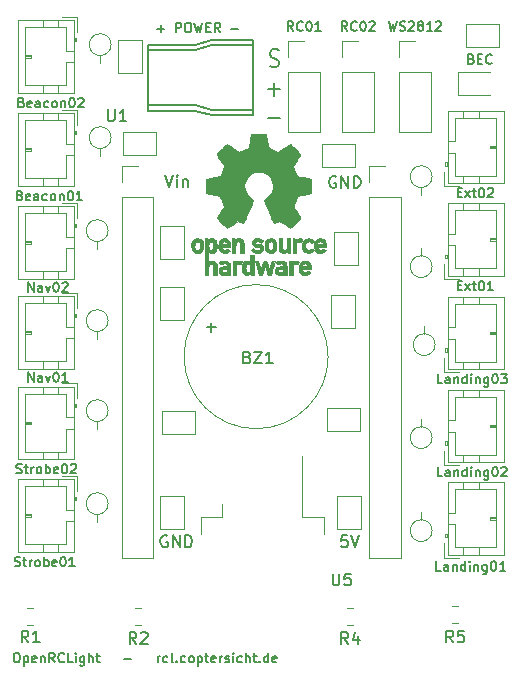
<source format=gbr>
G04 #@! TF.GenerationSoftware,KiCad,Pcbnew,5.0.0*
G04 #@! TF.CreationDate,2018-09-24T20:27:35+02:00*
G04 #@! TF.ProjectId,OpenRClight,4F70656E52436C696768742E6B696361,rev?*
G04 #@! TF.SameCoordinates,Original*
G04 #@! TF.FileFunction,Legend,Top*
G04 #@! TF.FilePolarity,Positive*
%FSLAX46Y46*%
G04 Gerber Fmt 4.6, Leading zero omitted, Abs format (unit mm)*
G04 Created by KiCad (PCBNEW 5.0.0) date Mon Sep 24 20:27:35 2018*
%MOMM*%
%LPD*%
G01*
G04 APERTURE LIST*
%ADD10C,0.200000*%
%ADD11C,0.120000*%
%ADD12C,0.010000*%
%ADD13C,0.150000*%
G04 APERTURE END LIST*
D10*
X70327619Y-150564904D02*
X70480000Y-150564904D01*
X70556190Y-150603000D01*
X70632380Y-150679190D01*
X70670476Y-150831571D01*
X70670476Y-151098238D01*
X70632380Y-151250619D01*
X70556190Y-151326809D01*
X70480000Y-151364904D01*
X70327619Y-151364904D01*
X70251428Y-151326809D01*
X70175238Y-151250619D01*
X70137142Y-151098238D01*
X70137142Y-150831571D01*
X70175238Y-150679190D01*
X70251428Y-150603000D01*
X70327619Y-150564904D01*
X71013333Y-150831571D02*
X71013333Y-151631571D01*
X71013333Y-150869666D02*
X71089523Y-150831571D01*
X71241904Y-150831571D01*
X71318095Y-150869666D01*
X71356190Y-150907761D01*
X71394285Y-150983952D01*
X71394285Y-151212523D01*
X71356190Y-151288714D01*
X71318095Y-151326809D01*
X71241904Y-151364904D01*
X71089523Y-151364904D01*
X71013333Y-151326809D01*
X72041904Y-151326809D02*
X71965714Y-151364904D01*
X71813333Y-151364904D01*
X71737142Y-151326809D01*
X71699047Y-151250619D01*
X71699047Y-150945857D01*
X71737142Y-150869666D01*
X71813333Y-150831571D01*
X71965714Y-150831571D01*
X72041904Y-150869666D01*
X72080000Y-150945857D01*
X72080000Y-151022047D01*
X71699047Y-151098238D01*
X72422857Y-150831571D02*
X72422857Y-151364904D01*
X72422857Y-150907761D02*
X72460952Y-150869666D01*
X72537142Y-150831571D01*
X72651428Y-150831571D01*
X72727619Y-150869666D01*
X72765714Y-150945857D01*
X72765714Y-151364904D01*
X73603809Y-151364904D02*
X73337142Y-150983952D01*
X73146666Y-151364904D02*
X73146666Y-150564904D01*
X73451428Y-150564904D01*
X73527619Y-150603000D01*
X73565714Y-150641095D01*
X73603809Y-150717285D01*
X73603809Y-150831571D01*
X73565714Y-150907761D01*
X73527619Y-150945857D01*
X73451428Y-150983952D01*
X73146666Y-150983952D01*
X74403809Y-151288714D02*
X74365714Y-151326809D01*
X74251428Y-151364904D01*
X74175238Y-151364904D01*
X74060952Y-151326809D01*
X73984761Y-151250619D01*
X73946666Y-151174428D01*
X73908571Y-151022047D01*
X73908571Y-150907761D01*
X73946666Y-150755380D01*
X73984761Y-150679190D01*
X74060952Y-150603000D01*
X74175238Y-150564904D01*
X74251428Y-150564904D01*
X74365714Y-150603000D01*
X74403809Y-150641095D01*
X75127619Y-151364904D02*
X74746666Y-151364904D01*
X74746666Y-150564904D01*
X75394285Y-151364904D02*
X75394285Y-150831571D01*
X75394285Y-150564904D02*
X75356190Y-150603000D01*
X75394285Y-150641095D01*
X75432380Y-150603000D01*
X75394285Y-150564904D01*
X75394285Y-150641095D01*
X76118095Y-150831571D02*
X76118095Y-151479190D01*
X76080000Y-151555380D01*
X76041904Y-151593476D01*
X75965714Y-151631571D01*
X75851428Y-151631571D01*
X75775238Y-151593476D01*
X76118095Y-151326809D02*
X76041904Y-151364904D01*
X75889523Y-151364904D01*
X75813333Y-151326809D01*
X75775238Y-151288714D01*
X75737142Y-151212523D01*
X75737142Y-150983952D01*
X75775238Y-150907761D01*
X75813333Y-150869666D01*
X75889523Y-150831571D01*
X76041904Y-150831571D01*
X76118095Y-150869666D01*
X76499047Y-151364904D02*
X76499047Y-150564904D01*
X76841904Y-151364904D02*
X76841904Y-150945857D01*
X76803809Y-150869666D01*
X76727619Y-150831571D01*
X76613333Y-150831571D01*
X76537142Y-150869666D01*
X76499047Y-150907761D01*
X77108571Y-150831571D02*
X77413333Y-150831571D01*
X77222857Y-150564904D02*
X77222857Y-151250619D01*
X77260952Y-151326809D01*
X77337142Y-151364904D01*
X77413333Y-151364904D01*
X79508571Y-151060142D02*
X80118095Y-151060142D01*
X82327619Y-151364904D02*
X82327619Y-150831571D01*
X82327619Y-150983952D02*
X82365714Y-150907761D01*
X82403809Y-150869666D01*
X82480000Y-150831571D01*
X82556190Y-150831571D01*
X83165714Y-151326809D02*
X83089523Y-151364904D01*
X82937142Y-151364904D01*
X82860952Y-151326809D01*
X82822857Y-151288714D01*
X82784761Y-151212523D01*
X82784761Y-150983952D01*
X82822857Y-150907761D01*
X82860952Y-150869666D01*
X82937142Y-150831571D01*
X83089523Y-150831571D01*
X83165714Y-150869666D01*
X83622857Y-151364904D02*
X83546666Y-151326809D01*
X83508571Y-151250619D01*
X83508571Y-150564904D01*
X83927619Y-151288714D02*
X83965714Y-151326809D01*
X83927619Y-151364904D01*
X83889523Y-151326809D01*
X83927619Y-151288714D01*
X83927619Y-151364904D01*
X84651428Y-151326809D02*
X84575238Y-151364904D01*
X84422857Y-151364904D01*
X84346666Y-151326809D01*
X84308571Y-151288714D01*
X84270476Y-151212523D01*
X84270476Y-150983952D01*
X84308571Y-150907761D01*
X84346666Y-150869666D01*
X84422857Y-150831571D01*
X84575238Y-150831571D01*
X84651428Y-150869666D01*
X85108571Y-151364904D02*
X85032380Y-151326809D01*
X84994285Y-151288714D01*
X84956190Y-151212523D01*
X84956190Y-150983952D01*
X84994285Y-150907761D01*
X85032380Y-150869666D01*
X85108571Y-150831571D01*
X85222857Y-150831571D01*
X85299047Y-150869666D01*
X85337142Y-150907761D01*
X85375238Y-150983952D01*
X85375238Y-151212523D01*
X85337142Y-151288714D01*
X85299047Y-151326809D01*
X85222857Y-151364904D01*
X85108571Y-151364904D01*
X85718095Y-150831571D02*
X85718095Y-151631571D01*
X85718095Y-150869666D02*
X85794285Y-150831571D01*
X85946666Y-150831571D01*
X86022857Y-150869666D01*
X86060952Y-150907761D01*
X86099047Y-150983952D01*
X86099047Y-151212523D01*
X86060952Y-151288714D01*
X86022857Y-151326809D01*
X85946666Y-151364904D01*
X85794285Y-151364904D01*
X85718095Y-151326809D01*
X86327619Y-150831571D02*
X86632380Y-150831571D01*
X86441904Y-150564904D02*
X86441904Y-151250619D01*
X86480000Y-151326809D01*
X86556190Y-151364904D01*
X86632380Y-151364904D01*
X87203809Y-151326809D02*
X87127619Y-151364904D01*
X86975238Y-151364904D01*
X86899047Y-151326809D01*
X86860952Y-151250619D01*
X86860952Y-150945857D01*
X86899047Y-150869666D01*
X86975238Y-150831571D01*
X87127619Y-150831571D01*
X87203809Y-150869666D01*
X87241904Y-150945857D01*
X87241904Y-151022047D01*
X86860952Y-151098238D01*
X87584761Y-151364904D02*
X87584761Y-150831571D01*
X87584761Y-150983952D02*
X87622857Y-150907761D01*
X87660952Y-150869666D01*
X87737142Y-150831571D01*
X87813333Y-150831571D01*
X88041904Y-151326809D02*
X88118095Y-151364904D01*
X88270476Y-151364904D01*
X88346666Y-151326809D01*
X88384761Y-151250619D01*
X88384761Y-151212523D01*
X88346666Y-151136333D01*
X88270476Y-151098238D01*
X88156190Y-151098238D01*
X88080000Y-151060142D01*
X88041904Y-150983952D01*
X88041904Y-150945857D01*
X88080000Y-150869666D01*
X88156190Y-150831571D01*
X88270476Y-150831571D01*
X88346666Y-150869666D01*
X88727619Y-151364904D02*
X88727619Y-150831571D01*
X88727619Y-150564904D02*
X88689523Y-150603000D01*
X88727619Y-150641095D01*
X88765714Y-150603000D01*
X88727619Y-150564904D01*
X88727619Y-150641095D01*
X89451428Y-151326809D02*
X89375238Y-151364904D01*
X89222857Y-151364904D01*
X89146666Y-151326809D01*
X89108571Y-151288714D01*
X89070476Y-151212523D01*
X89070476Y-150983952D01*
X89108571Y-150907761D01*
X89146666Y-150869666D01*
X89222857Y-150831571D01*
X89375238Y-150831571D01*
X89451428Y-150869666D01*
X89794285Y-151364904D02*
X89794285Y-150564904D01*
X90137142Y-151364904D02*
X90137142Y-150945857D01*
X90099047Y-150869666D01*
X90022857Y-150831571D01*
X89908571Y-150831571D01*
X89832380Y-150869666D01*
X89794285Y-150907761D01*
X90403809Y-150831571D02*
X90708571Y-150831571D01*
X90518095Y-150564904D02*
X90518095Y-151250619D01*
X90556190Y-151326809D01*
X90632380Y-151364904D01*
X90708571Y-151364904D01*
X90975238Y-151288714D02*
X91013333Y-151326809D01*
X90975238Y-151364904D01*
X90937142Y-151326809D01*
X90975238Y-151288714D01*
X90975238Y-151364904D01*
X91699047Y-151364904D02*
X91699047Y-150564904D01*
X91699047Y-151326809D02*
X91622857Y-151364904D01*
X91470476Y-151364904D01*
X91394285Y-151326809D01*
X91356190Y-151288714D01*
X91318095Y-151212523D01*
X91318095Y-150983952D01*
X91356190Y-150907761D01*
X91394285Y-150869666D01*
X91470476Y-150831571D01*
X91622857Y-150831571D01*
X91699047Y-150869666D01*
X92384761Y-151326809D02*
X92308571Y-151364904D01*
X92156190Y-151364904D01*
X92080000Y-151326809D01*
X92041904Y-151250619D01*
X92041904Y-150945857D01*
X92080000Y-150869666D01*
X92156190Y-150831571D01*
X92308571Y-150831571D01*
X92384761Y-150869666D01*
X92422857Y-150945857D01*
X92422857Y-151022047D01*
X92041904Y-151098238D01*
X82277380Y-97720142D02*
X82886904Y-97720142D01*
X82582142Y-98024904D02*
X82582142Y-97415380D01*
X83877380Y-98024904D02*
X83877380Y-97224904D01*
X84182142Y-97224904D01*
X84258333Y-97263000D01*
X84296428Y-97301095D01*
X84334523Y-97377285D01*
X84334523Y-97491571D01*
X84296428Y-97567761D01*
X84258333Y-97605857D01*
X84182142Y-97643952D01*
X83877380Y-97643952D01*
X84829761Y-97224904D02*
X84982142Y-97224904D01*
X85058333Y-97263000D01*
X85134523Y-97339190D01*
X85172619Y-97491571D01*
X85172619Y-97758238D01*
X85134523Y-97910619D01*
X85058333Y-97986809D01*
X84982142Y-98024904D01*
X84829761Y-98024904D01*
X84753571Y-97986809D01*
X84677380Y-97910619D01*
X84639285Y-97758238D01*
X84639285Y-97491571D01*
X84677380Y-97339190D01*
X84753571Y-97263000D01*
X84829761Y-97224904D01*
X85439285Y-97224904D02*
X85629761Y-98024904D01*
X85782142Y-97453476D01*
X85934523Y-98024904D01*
X86125000Y-97224904D01*
X86429761Y-97605857D02*
X86696428Y-97605857D01*
X86810714Y-98024904D02*
X86429761Y-98024904D01*
X86429761Y-97224904D01*
X86810714Y-97224904D01*
X87610714Y-98024904D02*
X87344047Y-97643952D01*
X87153571Y-98024904D02*
X87153571Y-97224904D01*
X87458333Y-97224904D01*
X87534523Y-97263000D01*
X87572619Y-97301095D01*
X87610714Y-97377285D01*
X87610714Y-97491571D01*
X87572619Y-97567761D01*
X87534523Y-97605857D01*
X87458333Y-97643952D01*
X87153571Y-97643952D01*
X88563095Y-97720142D02*
X89172619Y-97720142D01*
X91830571Y-100900142D02*
X92016285Y-100971571D01*
X92325809Y-100971571D01*
X92449619Y-100900142D01*
X92511523Y-100828714D01*
X92573428Y-100685857D01*
X92573428Y-100543000D01*
X92511523Y-100400142D01*
X92449619Y-100328714D01*
X92325809Y-100257285D01*
X92078190Y-100185857D01*
X91954380Y-100114428D01*
X91892476Y-100043000D01*
X91830571Y-99900142D01*
X91830571Y-99757285D01*
X91892476Y-99614428D01*
X91954380Y-99543000D01*
X92078190Y-99471571D01*
X92387714Y-99471571D01*
X92573428Y-99543000D01*
X91706761Y-102850142D02*
X92697238Y-102850142D01*
X92202000Y-103421571D02*
X92202000Y-102278714D01*
X91706761Y-105300142D02*
X92697238Y-105300142D01*
X93827714Y-97897904D02*
X93561047Y-97516952D01*
X93370571Y-97897904D02*
X93370571Y-97097904D01*
X93675333Y-97097904D01*
X93751523Y-97136000D01*
X93789619Y-97174095D01*
X93827714Y-97250285D01*
X93827714Y-97364571D01*
X93789619Y-97440761D01*
X93751523Y-97478857D01*
X93675333Y-97516952D01*
X93370571Y-97516952D01*
X94627714Y-97821714D02*
X94589619Y-97859809D01*
X94475333Y-97897904D01*
X94399142Y-97897904D01*
X94284857Y-97859809D01*
X94208666Y-97783619D01*
X94170571Y-97707428D01*
X94132476Y-97555047D01*
X94132476Y-97440761D01*
X94170571Y-97288380D01*
X94208666Y-97212190D01*
X94284857Y-97136000D01*
X94399142Y-97097904D01*
X94475333Y-97097904D01*
X94589619Y-97136000D01*
X94627714Y-97174095D01*
X95122952Y-97097904D02*
X95199142Y-97097904D01*
X95275333Y-97136000D01*
X95313428Y-97174095D01*
X95351523Y-97250285D01*
X95389619Y-97402666D01*
X95389619Y-97593142D01*
X95351523Y-97745523D01*
X95313428Y-97821714D01*
X95275333Y-97859809D01*
X95199142Y-97897904D01*
X95122952Y-97897904D01*
X95046761Y-97859809D01*
X95008666Y-97821714D01*
X94970571Y-97745523D01*
X94932476Y-97593142D01*
X94932476Y-97402666D01*
X94970571Y-97250285D01*
X95008666Y-97174095D01*
X95046761Y-97136000D01*
X95122952Y-97097904D01*
X96151523Y-97897904D02*
X95694380Y-97897904D01*
X95922952Y-97897904D02*
X95922952Y-97097904D01*
X95846761Y-97212190D01*
X95770571Y-97288380D01*
X95694380Y-97326476D01*
X98399714Y-97897904D02*
X98133047Y-97516952D01*
X97942571Y-97897904D02*
X97942571Y-97097904D01*
X98247333Y-97097904D01*
X98323523Y-97136000D01*
X98361619Y-97174095D01*
X98399714Y-97250285D01*
X98399714Y-97364571D01*
X98361619Y-97440761D01*
X98323523Y-97478857D01*
X98247333Y-97516952D01*
X97942571Y-97516952D01*
X99199714Y-97821714D02*
X99161619Y-97859809D01*
X99047333Y-97897904D01*
X98971142Y-97897904D01*
X98856857Y-97859809D01*
X98780666Y-97783619D01*
X98742571Y-97707428D01*
X98704476Y-97555047D01*
X98704476Y-97440761D01*
X98742571Y-97288380D01*
X98780666Y-97212190D01*
X98856857Y-97136000D01*
X98971142Y-97097904D01*
X99047333Y-97097904D01*
X99161619Y-97136000D01*
X99199714Y-97174095D01*
X99694952Y-97097904D02*
X99771142Y-97097904D01*
X99847333Y-97136000D01*
X99885428Y-97174095D01*
X99923523Y-97250285D01*
X99961619Y-97402666D01*
X99961619Y-97593142D01*
X99923523Y-97745523D01*
X99885428Y-97821714D01*
X99847333Y-97859809D01*
X99771142Y-97897904D01*
X99694952Y-97897904D01*
X99618761Y-97859809D01*
X99580666Y-97821714D01*
X99542571Y-97745523D01*
X99504476Y-97593142D01*
X99504476Y-97402666D01*
X99542571Y-97250285D01*
X99580666Y-97174095D01*
X99618761Y-97136000D01*
X99694952Y-97097904D01*
X100266380Y-97174095D02*
X100304476Y-97136000D01*
X100380666Y-97097904D01*
X100571142Y-97097904D01*
X100647333Y-97136000D01*
X100685428Y-97174095D01*
X100723523Y-97250285D01*
X100723523Y-97326476D01*
X100685428Y-97440761D01*
X100228285Y-97897904D01*
X100723523Y-97897904D01*
X101892380Y-97097904D02*
X102082857Y-97897904D01*
X102235238Y-97326476D01*
X102387619Y-97897904D01*
X102578095Y-97097904D01*
X102844761Y-97859809D02*
X102959047Y-97897904D01*
X103149523Y-97897904D01*
X103225714Y-97859809D01*
X103263809Y-97821714D01*
X103301904Y-97745523D01*
X103301904Y-97669333D01*
X103263809Y-97593142D01*
X103225714Y-97555047D01*
X103149523Y-97516952D01*
X102997142Y-97478857D01*
X102920952Y-97440761D01*
X102882857Y-97402666D01*
X102844761Y-97326476D01*
X102844761Y-97250285D01*
X102882857Y-97174095D01*
X102920952Y-97136000D01*
X102997142Y-97097904D01*
X103187619Y-97097904D01*
X103301904Y-97136000D01*
X103606666Y-97174095D02*
X103644761Y-97136000D01*
X103720952Y-97097904D01*
X103911428Y-97097904D01*
X103987619Y-97136000D01*
X104025714Y-97174095D01*
X104063809Y-97250285D01*
X104063809Y-97326476D01*
X104025714Y-97440761D01*
X103568571Y-97897904D01*
X104063809Y-97897904D01*
X104520952Y-97440761D02*
X104444761Y-97402666D01*
X104406666Y-97364571D01*
X104368571Y-97288380D01*
X104368571Y-97250285D01*
X104406666Y-97174095D01*
X104444761Y-97136000D01*
X104520952Y-97097904D01*
X104673333Y-97097904D01*
X104749523Y-97136000D01*
X104787619Y-97174095D01*
X104825714Y-97250285D01*
X104825714Y-97288380D01*
X104787619Y-97364571D01*
X104749523Y-97402666D01*
X104673333Y-97440761D01*
X104520952Y-97440761D01*
X104444761Y-97478857D01*
X104406666Y-97516952D01*
X104368571Y-97593142D01*
X104368571Y-97745523D01*
X104406666Y-97821714D01*
X104444761Y-97859809D01*
X104520952Y-97897904D01*
X104673333Y-97897904D01*
X104749523Y-97859809D01*
X104787619Y-97821714D01*
X104825714Y-97745523D01*
X104825714Y-97593142D01*
X104787619Y-97516952D01*
X104749523Y-97478857D01*
X104673333Y-97440761D01*
X105587619Y-97897904D02*
X105130476Y-97897904D01*
X105359047Y-97897904D02*
X105359047Y-97097904D01*
X105282857Y-97212190D01*
X105206666Y-97288380D01*
X105130476Y-97326476D01*
X105892380Y-97174095D02*
X105930476Y-97136000D01*
X106006666Y-97097904D01*
X106197142Y-97097904D01*
X106273333Y-97136000D01*
X106311428Y-97174095D01*
X106349523Y-97250285D01*
X106349523Y-97326476D01*
X106311428Y-97440761D01*
X105854285Y-97897904D01*
X106349523Y-97897904D01*
X108896238Y-100272857D02*
X109010523Y-100310952D01*
X109048619Y-100349047D01*
X109086714Y-100425238D01*
X109086714Y-100539523D01*
X109048619Y-100615714D01*
X109010523Y-100653809D01*
X108934333Y-100691904D01*
X108629571Y-100691904D01*
X108629571Y-99891904D01*
X108896238Y-99891904D01*
X108972428Y-99930000D01*
X109010523Y-99968095D01*
X109048619Y-100044285D01*
X109048619Y-100120476D01*
X109010523Y-100196666D01*
X108972428Y-100234761D01*
X108896238Y-100272857D01*
X108629571Y-100272857D01*
X109429571Y-100272857D02*
X109696238Y-100272857D01*
X109810523Y-100691904D02*
X109429571Y-100691904D01*
X109429571Y-99891904D01*
X109810523Y-99891904D01*
X110610523Y-100615714D02*
X110572428Y-100653809D01*
X110458142Y-100691904D01*
X110381952Y-100691904D01*
X110267666Y-100653809D01*
X110191476Y-100577619D01*
X110153380Y-100501428D01*
X110115285Y-100349047D01*
X110115285Y-100234761D01*
X110153380Y-100082380D01*
X110191476Y-100006190D01*
X110267666Y-99930000D01*
X110381952Y-99891904D01*
X110458142Y-99891904D01*
X110572428Y-99930000D01*
X110610523Y-99968095D01*
X107734285Y-111575857D02*
X108000952Y-111575857D01*
X108115238Y-111994904D02*
X107734285Y-111994904D01*
X107734285Y-111194904D01*
X108115238Y-111194904D01*
X108381904Y-111994904D02*
X108800952Y-111461571D01*
X108381904Y-111461571D02*
X108800952Y-111994904D01*
X108991428Y-111461571D02*
X109296190Y-111461571D01*
X109105714Y-111194904D02*
X109105714Y-111880619D01*
X109143809Y-111956809D01*
X109220000Y-111994904D01*
X109296190Y-111994904D01*
X109715238Y-111194904D02*
X109791428Y-111194904D01*
X109867619Y-111233000D01*
X109905714Y-111271095D01*
X109943809Y-111347285D01*
X109981904Y-111499666D01*
X109981904Y-111690142D01*
X109943809Y-111842523D01*
X109905714Y-111918714D01*
X109867619Y-111956809D01*
X109791428Y-111994904D01*
X109715238Y-111994904D01*
X109639047Y-111956809D01*
X109600952Y-111918714D01*
X109562857Y-111842523D01*
X109524761Y-111690142D01*
X109524761Y-111499666D01*
X109562857Y-111347285D01*
X109600952Y-111271095D01*
X109639047Y-111233000D01*
X109715238Y-111194904D01*
X110286666Y-111271095D02*
X110324761Y-111233000D01*
X110400952Y-111194904D01*
X110591428Y-111194904D01*
X110667619Y-111233000D01*
X110705714Y-111271095D01*
X110743809Y-111347285D01*
X110743809Y-111423476D01*
X110705714Y-111537761D01*
X110248571Y-111994904D01*
X110743809Y-111994904D01*
X107734285Y-119449857D02*
X108000952Y-119449857D01*
X108115238Y-119868904D02*
X107734285Y-119868904D01*
X107734285Y-119068904D01*
X108115238Y-119068904D01*
X108381904Y-119868904D02*
X108800952Y-119335571D01*
X108381904Y-119335571D02*
X108800952Y-119868904D01*
X108991428Y-119335571D02*
X109296190Y-119335571D01*
X109105714Y-119068904D02*
X109105714Y-119754619D01*
X109143809Y-119830809D01*
X109220000Y-119868904D01*
X109296190Y-119868904D01*
X109715238Y-119068904D02*
X109791428Y-119068904D01*
X109867619Y-119107000D01*
X109905714Y-119145095D01*
X109943809Y-119221285D01*
X109981904Y-119373666D01*
X109981904Y-119564142D01*
X109943809Y-119716523D01*
X109905714Y-119792714D01*
X109867619Y-119830809D01*
X109791428Y-119868904D01*
X109715238Y-119868904D01*
X109639047Y-119830809D01*
X109600952Y-119792714D01*
X109562857Y-119716523D01*
X109524761Y-119564142D01*
X109524761Y-119373666D01*
X109562857Y-119221285D01*
X109600952Y-119145095D01*
X109639047Y-119107000D01*
X109715238Y-119068904D01*
X110743809Y-119868904D02*
X110286666Y-119868904D01*
X110515238Y-119868904D02*
X110515238Y-119068904D01*
X110439047Y-119183190D01*
X110362857Y-119259380D01*
X110286666Y-119297476D01*
X106451714Y-127742904D02*
X106070761Y-127742904D01*
X106070761Y-126942904D01*
X107061238Y-127742904D02*
X107061238Y-127323857D01*
X107023142Y-127247666D01*
X106946952Y-127209571D01*
X106794571Y-127209571D01*
X106718380Y-127247666D01*
X107061238Y-127704809D02*
X106985047Y-127742904D01*
X106794571Y-127742904D01*
X106718380Y-127704809D01*
X106680285Y-127628619D01*
X106680285Y-127552428D01*
X106718380Y-127476238D01*
X106794571Y-127438142D01*
X106985047Y-127438142D01*
X107061238Y-127400047D01*
X107442190Y-127209571D02*
X107442190Y-127742904D01*
X107442190Y-127285761D02*
X107480285Y-127247666D01*
X107556476Y-127209571D01*
X107670761Y-127209571D01*
X107746952Y-127247666D01*
X107785047Y-127323857D01*
X107785047Y-127742904D01*
X108508857Y-127742904D02*
X108508857Y-126942904D01*
X108508857Y-127704809D02*
X108432666Y-127742904D01*
X108280285Y-127742904D01*
X108204095Y-127704809D01*
X108166000Y-127666714D01*
X108127904Y-127590523D01*
X108127904Y-127361952D01*
X108166000Y-127285761D01*
X108204095Y-127247666D01*
X108280285Y-127209571D01*
X108432666Y-127209571D01*
X108508857Y-127247666D01*
X108889809Y-127742904D02*
X108889809Y-127209571D01*
X108889809Y-126942904D02*
X108851714Y-126981000D01*
X108889809Y-127019095D01*
X108927904Y-126981000D01*
X108889809Y-126942904D01*
X108889809Y-127019095D01*
X109270761Y-127209571D02*
X109270761Y-127742904D01*
X109270761Y-127285761D02*
X109308857Y-127247666D01*
X109385047Y-127209571D01*
X109499333Y-127209571D01*
X109575523Y-127247666D01*
X109613619Y-127323857D01*
X109613619Y-127742904D01*
X110337428Y-127209571D02*
X110337428Y-127857190D01*
X110299333Y-127933380D01*
X110261238Y-127971476D01*
X110185047Y-128009571D01*
X110070761Y-128009571D01*
X109994571Y-127971476D01*
X110337428Y-127704809D02*
X110261238Y-127742904D01*
X110108857Y-127742904D01*
X110032666Y-127704809D01*
X109994571Y-127666714D01*
X109956476Y-127590523D01*
X109956476Y-127361952D01*
X109994571Y-127285761D01*
X110032666Y-127247666D01*
X110108857Y-127209571D01*
X110261238Y-127209571D01*
X110337428Y-127247666D01*
X110870761Y-126942904D02*
X110946952Y-126942904D01*
X111023142Y-126981000D01*
X111061238Y-127019095D01*
X111099333Y-127095285D01*
X111137428Y-127247666D01*
X111137428Y-127438142D01*
X111099333Y-127590523D01*
X111061238Y-127666714D01*
X111023142Y-127704809D01*
X110946952Y-127742904D01*
X110870761Y-127742904D01*
X110794571Y-127704809D01*
X110756476Y-127666714D01*
X110718380Y-127590523D01*
X110680285Y-127438142D01*
X110680285Y-127247666D01*
X110718380Y-127095285D01*
X110756476Y-127019095D01*
X110794571Y-126981000D01*
X110870761Y-126942904D01*
X111404095Y-126942904D02*
X111899333Y-126942904D01*
X111632666Y-127247666D01*
X111746952Y-127247666D01*
X111823142Y-127285761D01*
X111861238Y-127323857D01*
X111899333Y-127400047D01*
X111899333Y-127590523D01*
X111861238Y-127666714D01*
X111823142Y-127704809D01*
X111746952Y-127742904D01*
X111518380Y-127742904D01*
X111442190Y-127704809D01*
X111404095Y-127666714D01*
X106451714Y-135616904D02*
X106070761Y-135616904D01*
X106070761Y-134816904D01*
X107061238Y-135616904D02*
X107061238Y-135197857D01*
X107023142Y-135121666D01*
X106946952Y-135083571D01*
X106794571Y-135083571D01*
X106718380Y-135121666D01*
X107061238Y-135578809D02*
X106985047Y-135616904D01*
X106794571Y-135616904D01*
X106718380Y-135578809D01*
X106680285Y-135502619D01*
X106680285Y-135426428D01*
X106718380Y-135350238D01*
X106794571Y-135312142D01*
X106985047Y-135312142D01*
X107061238Y-135274047D01*
X107442190Y-135083571D02*
X107442190Y-135616904D01*
X107442190Y-135159761D02*
X107480285Y-135121666D01*
X107556476Y-135083571D01*
X107670761Y-135083571D01*
X107746952Y-135121666D01*
X107785047Y-135197857D01*
X107785047Y-135616904D01*
X108508857Y-135616904D02*
X108508857Y-134816904D01*
X108508857Y-135578809D02*
X108432666Y-135616904D01*
X108280285Y-135616904D01*
X108204095Y-135578809D01*
X108166000Y-135540714D01*
X108127904Y-135464523D01*
X108127904Y-135235952D01*
X108166000Y-135159761D01*
X108204095Y-135121666D01*
X108280285Y-135083571D01*
X108432666Y-135083571D01*
X108508857Y-135121666D01*
X108889809Y-135616904D02*
X108889809Y-135083571D01*
X108889809Y-134816904D02*
X108851714Y-134855000D01*
X108889809Y-134893095D01*
X108927904Y-134855000D01*
X108889809Y-134816904D01*
X108889809Y-134893095D01*
X109270761Y-135083571D02*
X109270761Y-135616904D01*
X109270761Y-135159761D02*
X109308857Y-135121666D01*
X109385047Y-135083571D01*
X109499333Y-135083571D01*
X109575523Y-135121666D01*
X109613619Y-135197857D01*
X109613619Y-135616904D01*
X110337428Y-135083571D02*
X110337428Y-135731190D01*
X110299333Y-135807380D01*
X110261238Y-135845476D01*
X110185047Y-135883571D01*
X110070761Y-135883571D01*
X109994571Y-135845476D01*
X110337428Y-135578809D02*
X110261238Y-135616904D01*
X110108857Y-135616904D01*
X110032666Y-135578809D01*
X109994571Y-135540714D01*
X109956476Y-135464523D01*
X109956476Y-135235952D01*
X109994571Y-135159761D01*
X110032666Y-135121666D01*
X110108857Y-135083571D01*
X110261238Y-135083571D01*
X110337428Y-135121666D01*
X110870761Y-134816904D02*
X110946952Y-134816904D01*
X111023142Y-134855000D01*
X111061238Y-134893095D01*
X111099333Y-134969285D01*
X111137428Y-135121666D01*
X111137428Y-135312142D01*
X111099333Y-135464523D01*
X111061238Y-135540714D01*
X111023142Y-135578809D01*
X110946952Y-135616904D01*
X110870761Y-135616904D01*
X110794571Y-135578809D01*
X110756476Y-135540714D01*
X110718380Y-135464523D01*
X110680285Y-135312142D01*
X110680285Y-135121666D01*
X110718380Y-134969285D01*
X110756476Y-134893095D01*
X110794571Y-134855000D01*
X110870761Y-134816904D01*
X111442190Y-134893095D02*
X111480285Y-134855000D01*
X111556476Y-134816904D01*
X111746952Y-134816904D01*
X111823142Y-134855000D01*
X111861238Y-134893095D01*
X111899333Y-134969285D01*
X111899333Y-135045476D01*
X111861238Y-135159761D01*
X111404095Y-135616904D01*
X111899333Y-135616904D01*
X106324714Y-143617904D02*
X105943761Y-143617904D01*
X105943761Y-142817904D01*
X106934238Y-143617904D02*
X106934238Y-143198857D01*
X106896142Y-143122666D01*
X106819952Y-143084571D01*
X106667571Y-143084571D01*
X106591380Y-143122666D01*
X106934238Y-143579809D02*
X106858047Y-143617904D01*
X106667571Y-143617904D01*
X106591380Y-143579809D01*
X106553285Y-143503619D01*
X106553285Y-143427428D01*
X106591380Y-143351238D01*
X106667571Y-143313142D01*
X106858047Y-143313142D01*
X106934238Y-143275047D01*
X107315190Y-143084571D02*
X107315190Y-143617904D01*
X107315190Y-143160761D02*
X107353285Y-143122666D01*
X107429476Y-143084571D01*
X107543761Y-143084571D01*
X107619952Y-143122666D01*
X107658047Y-143198857D01*
X107658047Y-143617904D01*
X108381857Y-143617904D02*
X108381857Y-142817904D01*
X108381857Y-143579809D02*
X108305666Y-143617904D01*
X108153285Y-143617904D01*
X108077095Y-143579809D01*
X108039000Y-143541714D01*
X108000904Y-143465523D01*
X108000904Y-143236952D01*
X108039000Y-143160761D01*
X108077095Y-143122666D01*
X108153285Y-143084571D01*
X108305666Y-143084571D01*
X108381857Y-143122666D01*
X108762809Y-143617904D02*
X108762809Y-143084571D01*
X108762809Y-142817904D02*
X108724714Y-142856000D01*
X108762809Y-142894095D01*
X108800904Y-142856000D01*
X108762809Y-142817904D01*
X108762809Y-142894095D01*
X109143761Y-143084571D02*
X109143761Y-143617904D01*
X109143761Y-143160761D02*
X109181857Y-143122666D01*
X109258047Y-143084571D01*
X109372333Y-143084571D01*
X109448523Y-143122666D01*
X109486619Y-143198857D01*
X109486619Y-143617904D01*
X110210428Y-143084571D02*
X110210428Y-143732190D01*
X110172333Y-143808380D01*
X110134238Y-143846476D01*
X110058047Y-143884571D01*
X109943761Y-143884571D01*
X109867571Y-143846476D01*
X110210428Y-143579809D02*
X110134238Y-143617904D01*
X109981857Y-143617904D01*
X109905666Y-143579809D01*
X109867571Y-143541714D01*
X109829476Y-143465523D01*
X109829476Y-143236952D01*
X109867571Y-143160761D01*
X109905666Y-143122666D01*
X109981857Y-143084571D01*
X110134238Y-143084571D01*
X110210428Y-143122666D01*
X110743761Y-142817904D02*
X110819952Y-142817904D01*
X110896142Y-142856000D01*
X110934238Y-142894095D01*
X110972333Y-142970285D01*
X111010428Y-143122666D01*
X111010428Y-143313142D01*
X110972333Y-143465523D01*
X110934238Y-143541714D01*
X110896142Y-143579809D01*
X110819952Y-143617904D01*
X110743761Y-143617904D01*
X110667571Y-143579809D01*
X110629476Y-143541714D01*
X110591380Y-143465523D01*
X110553285Y-143313142D01*
X110553285Y-143122666D01*
X110591380Y-142970285D01*
X110629476Y-142894095D01*
X110667571Y-142856000D01*
X110743761Y-142817904D01*
X111772333Y-143617904D02*
X111315190Y-143617904D01*
X111543761Y-143617904D02*
X111543761Y-142817904D01*
X111467571Y-142932190D01*
X111391380Y-143008380D01*
X111315190Y-143046476D01*
X70802809Y-103955857D02*
X70917095Y-103993952D01*
X70955190Y-104032047D01*
X70993285Y-104108238D01*
X70993285Y-104222523D01*
X70955190Y-104298714D01*
X70917095Y-104336809D01*
X70840904Y-104374904D01*
X70536142Y-104374904D01*
X70536142Y-103574904D01*
X70802809Y-103574904D01*
X70879000Y-103613000D01*
X70917095Y-103651095D01*
X70955190Y-103727285D01*
X70955190Y-103803476D01*
X70917095Y-103879666D01*
X70879000Y-103917761D01*
X70802809Y-103955857D01*
X70536142Y-103955857D01*
X71640904Y-104336809D02*
X71564714Y-104374904D01*
X71412333Y-104374904D01*
X71336142Y-104336809D01*
X71298047Y-104260619D01*
X71298047Y-103955857D01*
X71336142Y-103879666D01*
X71412333Y-103841571D01*
X71564714Y-103841571D01*
X71640904Y-103879666D01*
X71679000Y-103955857D01*
X71679000Y-104032047D01*
X71298047Y-104108238D01*
X72364714Y-104374904D02*
X72364714Y-103955857D01*
X72326619Y-103879666D01*
X72250428Y-103841571D01*
X72098047Y-103841571D01*
X72021857Y-103879666D01*
X72364714Y-104336809D02*
X72288523Y-104374904D01*
X72098047Y-104374904D01*
X72021857Y-104336809D01*
X71983761Y-104260619D01*
X71983761Y-104184428D01*
X72021857Y-104108238D01*
X72098047Y-104070142D01*
X72288523Y-104070142D01*
X72364714Y-104032047D01*
X73088523Y-104336809D02*
X73012333Y-104374904D01*
X72859952Y-104374904D01*
X72783761Y-104336809D01*
X72745666Y-104298714D01*
X72707571Y-104222523D01*
X72707571Y-103993952D01*
X72745666Y-103917761D01*
X72783761Y-103879666D01*
X72859952Y-103841571D01*
X73012333Y-103841571D01*
X73088523Y-103879666D01*
X73545666Y-104374904D02*
X73469476Y-104336809D01*
X73431380Y-104298714D01*
X73393285Y-104222523D01*
X73393285Y-103993952D01*
X73431380Y-103917761D01*
X73469476Y-103879666D01*
X73545666Y-103841571D01*
X73659952Y-103841571D01*
X73736142Y-103879666D01*
X73774238Y-103917761D01*
X73812333Y-103993952D01*
X73812333Y-104222523D01*
X73774238Y-104298714D01*
X73736142Y-104336809D01*
X73659952Y-104374904D01*
X73545666Y-104374904D01*
X74155190Y-103841571D02*
X74155190Y-104374904D01*
X74155190Y-103917761D02*
X74193285Y-103879666D01*
X74269476Y-103841571D01*
X74383761Y-103841571D01*
X74459952Y-103879666D01*
X74498047Y-103955857D01*
X74498047Y-104374904D01*
X75031380Y-103574904D02*
X75107571Y-103574904D01*
X75183761Y-103613000D01*
X75221857Y-103651095D01*
X75259952Y-103727285D01*
X75298047Y-103879666D01*
X75298047Y-104070142D01*
X75259952Y-104222523D01*
X75221857Y-104298714D01*
X75183761Y-104336809D01*
X75107571Y-104374904D01*
X75031380Y-104374904D01*
X74955190Y-104336809D01*
X74917095Y-104298714D01*
X74879000Y-104222523D01*
X74840904Y-104070142D01*
X74840904Y-103879666D01*
X74879000Y-103727285D01*
X74917095Y-103651095D01*
X74955190Y-103613000D01*
X75031380Y-103574904D01*
X75602809Y-103651095D02*
X75640904Y-103613000D01*
X75717095Y-103574904D01*
X75907571Y-103574904D01*
X75983761Y-103613000D01*
X76021857Y-103651095D01*
X76059952Y-103727285D01*
X76059952Y-103803476D01*
X76021857Y-103917761D01*
X75564714Y-104374904D01*
X76059952Y-104374904D01*
X70675809Y-111829857D02*
X70790095Y-111867952D01*
X70828190Y-111906047D01*
X70866285Y-111982238D01*
X70866285Y-112096523D01*
X70828190Y-112172714D01*
X70790095Y-112210809D01*
X70713904Y-112248904D01*
X70409142Y-112248904D01*
X70409142Y-111448904D01*
X70675809Y-111448904D01*
X70752000Y-111487000D01*
X70790095Y-111525095D01*
X70828190Y-111601285D01*
X70828190Y-111677476D01*
X70790095Y-111753666D01*
X70752000Y-111791761D01*
X70675809Y-111829857D01*
X70409142Y-111829857D01*
X71513904Y-112210809D02*
X71437714Y-112248904D01*
X71285333Y-112248904D01*
X71209142Y-112210809D01*
X71171047Y-112134619D01*
X71171047Y-111829857D01*
X71209142Y-111753666D01*
X71285333Y-111715571D01*
X71437714Y-111715571D01*
X71513904Y-111753666D01*
X71552000Y-111829857D01*
X71552000Y-111906047D01*
X71171047Y-111982238D01*
X72237714Y-112248904D02*
X72237714Y-111829857D01*
X72199619Y-111753666D01*
X72123428Y-111715571D01*
X71971047Y-111715571D01*
X71894857Y-111753666D01*
X72237714Y-112210809D02*
X72161523Y-112248904D01*
X71971047Y-112248904D01*
X71894857Y-112210809D01*
X71856761Y-112134619D01*
X71856761Y-112058428D01*
X71894857Y-111982238D01*
X71971047Y-111944142D01*
X72161523Y-111944142D01*
X72237714Y-111906047D01*
X72961523Y-112210809D02*
X72885333Y-112248904D01*
X72732952Y-112248904D01*
X72656761Y-112210809D01*
X72618666Y-112172714D01*
X72580571Y-112096523D01*
X72580571Y-111867952D01*
X72618666Y-111791761D01*
X72656761Y-111753666D01*
X72732952Y-111715571D01*
X72885333Y-111715571D01*
X72961523Y-111753666D01*
X73418666Y-112248904D02*
X73342476Y-112210809D01*
X73304380Y-112172714D01*
X73266285Y-112096523D01*
X73266285Y-111867952D01*
X73304380Y-111791761D01*
X73342476Y-111753666D01*
X73418666Y-111715571D01*
X73532952Y-111715571D01*
X73609142Y-111753666D01*
X73647238Y-111791761D01*
X73685333Y-111867952D01*
X73685333Y-112096523D01*
X73647238Y-112172714D01*
X73609142Y-112210809D01*
X73532952Y-112248904D01*
X73418666Y-112248904D01*
X74028190Y-111715571D02*
X74028190Y-112248904D01*
X74028190Y-111791761D02*
X74066285Y-111753666D01*
X74142476Y-111715571D01*
X74256761Y-111715571D01*
X74332952Y-111753666D01*
X74371047Y-111829857D01*
X74371047Y-112248904D01*
X74904380Y-111448904D02*
X74980571Y-111448904D01*
X75056761Y-111487000D01*
X75094857Y-111525095D01*
X75132952Y-111601285D01*
X75171047Y-111753666D01*
X75171047Y-111944142D01*
X75132952Y-112096523D01*
X75094857Y-112172714D01*
X75056761Y-112210809D01*
X74980571Y-112248904D01*
X74904380Y-112248904D01*
X74828190Y-112210809D01*
X74790095Y-112172714D01*
X74752000Y-112096523D01*
X74713904Y-111944142D01*
X74713904Y-111753666D01*
X74752000Y-111601285D01*
X74790095Y-111525095D01*
X74828190Y-111487000D01*
X74904380Y-111448904D01*
X75932952Y-112248904D02*
X75475809Y-112248904D01*
X75704380Y-112248904D02*
X75704380Y-111448904D01*
X75628190Y-111563190D01*
X75552000Y-111639380D01*
X75475809Y-111677476D01*
X71367857Y-119995904D02*
X71367857Y-119195904D01*
X71825000Y-119995904D01*
X71825000Y-119195904D01*
X72548809Y-119995904D02*
X72548809Y-119576857D01*
X72510714Y-119500666D01*
X72434523Y-119462571D01*
X72282142Y-119462571D01*
X72205952Y-119500666D01*
X72548809Y-119957809D02*
X72472619Y-119995904D01*
X72282142Y-119995904D01*
X72205952Y-119957809D01*
X72167857Y-119881619D01*
X72167857Y-119805428D01*
X72205952Y-119729238D01*
X72282142Y-119691142D01*
X72472619Y-119691142D01*
X72548809Y-119653047D01*
X72853571Y-119462571D02*
X73044047Y-119995904D01*
X73234523Y-119462571D01*
X73691666Y-119195904D02*
X73767857Y-119195904D01*
X73844047Y-119234000D01*
X73882142Y-119272095D01*
X73920238Y-119348285D01*
X73958333Y-119500666D01*
X73958333Y-119691142D01*
X73920238Y-119843523D01*
X73882142Y-119919714D01*
X73844047Y-119957809D01*
X73767857Y-119995904D01*
X73691666Y-119995904D01*
X73615476Y-119957809D01*
X73577380Y-119919714D01*
X73539285Y-119843523D01*
X73501190Y-119691142D01*
X73501190Y-119500666D01*
X73539285Y-119348285D01*
X73577380Y-119272095D01*
X73615476Y-119234000D01*
X73691666Y-119195904D01*
X74263095Y-119272095D02*
X74301190Y-119234000D01*
X74377380Y-119195904D01*
X74567857Y-119195904D01*
X74644047Y-119234000D01*
X74682142Y-119272095D01*
X74720238Y-119348285D01*
X74720238Y-119424476D01*
X74682142Y-119538761D01*
X74225000Y-119995904D01*
X74720238Y-119995904D01*
X71367857Y-127615904D02*
X71367857Y-126815904D01*
X71825000Y-127615904D01*
X71825000Y-126815904D01*
X72548809Y-127615904D02*
X72548809Y-127196857D01*
X72510714Y-127120666D01*
X72434523Y-127082571D01*
X72282142Y-127082571D01*
X72205952Y-127120666D01*
X72548809Y-127577809D02*
X72472619Y-127615904D01*
X72282142Y-127615904D01*
X72205952Y-127577809D01*
X72167857Y-127501619D01*
X72167857Y-127425428D01*
X72205952Y-127349238D01*
X72282142Y-127311142D01*
X72472619Y-127311142D01*
X72548809Y-127273047D01*
X72853571Y-127082571D02*
X73044047Y-127615904D01*
X73234523Y-127082571D01*
X73691666Y-126815904D02*
X73767857Y-126815904D01*
X73844047Y-126854000D01*
X73882142Y-126892095D01*
X73920238Y-126968285D01*
X73958333Y-127120666D01*
X73958333Y-127311142D01*
X73920238Y-127463523D01*
X73882142Y-127539714D01*
X73844047Y-127577809D01*
X73767857Y-127615904D01*
X73691666Y-127615904D01*
X73615476Y-127577809D01*
X73577380Y-127539714D01*
X73539285Y-127463523D01*
X73501190Y-127311142D01*
X73501190Y-127120666D01*
X73539285Y-126968285D01*
X73577380Y-126892095D01*
X73615476Y-126854000D01*
X73691666Y-126815904D01*
X74720238Y-127615904D02*
X74263095Y-127615904D01*
X74491666Y-127615904D02*
X74491666Y-126815904D01*
X74415476Y-126930190D01*
X74339285Y-127006380D01*
X74263095Y-127044476D01*
X70364666Y-135324809D02*
X70478952Y-135362904D01*
X70669428Y-135362904D01*
X70745619Y-135324809D01*
X70783714Y-135286714D01*
X70821809Y-135210523D01*
X70821809Y-135134333D01*
X70783714Y-135058142D01*
X70745619Y-135020047D01*
X70669428Y-134981952D01*
X70517047Y-134943857D01*
X70440857Y-134905761D01*
X70402761Y-134867666D01*
X70364666Y-134791476D01*
X70364666Y-134715285D01*
X70402761Y-134639095D01*
X70440857Y-134601000D01*
X70517047Y-134562904D01*
X70707523Y-134562904D01*
X70821809Y-134601000D01*
X71050380Y-134829571D02*
X71355142Y-134829571D01*
X71164666Y-134562904D02*
X71164666Y-135248619D01*
X71202761Y-135324809D01*
X71278952Y-135362904D01*
X71355142Y-135362904D01*
X71621809Y-135362904D02*
X71621809Y-134829571D01*
X71621809Y-134981952D02*
X71659904Y-134905761D01*
X71698000Y-134867666D01*
X71774190Y-134829571D01*
X71850380Y-134829571D01*
X72231333Y-135362904D02*
X72155142Y-135324809D01*
X72117047Y-135286714D01*
X72078952Y-135210523D01*
X72078952Y-134981952D01*
X72117047Y-134905761D01*
X72155142Y-134867666D01*
X72231333Y-134829571D01*
X72345619Y-134829571D01*
X72421809Y-134867666D01*
X72459904Y-134905761D01*
X72498000Y-134981952D01*
X72498000Y-135210523D01*
X72459904Y-135286714D01*
X72421809Y-135324809D01*
X72345619Y-135362904D01*
X72231333Y-135362904D01*
X72840857Y-135362904D02*
X72840857Y-134562904D01*
X72840857Y-134867666D02*
X72917047Y-134829571D01*
X73069428Y-134829571D01*
X73145619Y-134867666D01*
X73183714Y-134905761D01*
X73221809Y-134981952D01*
X73221809Y-135210523D01*
X73183714Y-135286714D01*
X73145619Y-135324809D01*
X73069428Y-135362904D01*
X72917047Y-135362904D01*
X72840857Y-135324809D01*
X73869428Y-135324809D02*
X73793238Y-135362904D01*
X73640857Y-135362904D01*
X73564666Y-135324809D01*
X73526571Y-135248619D01*
X73526571Y-134943857D01*
X73564666Y-134867666D01*
X73640857Y-134829571D01*
X73793238Y-134829571D01*
X73869428Y-134867666D01*
X73907523Y-134943857D01*
X73907523Y-135020047D01*
X73526571Y-135096238D01*
X74402761Y-134562904D02*
X74478952Y-134562904D01*
X74555142Y-134601000D01*
X74593238Y-134639095D01*
X74631333Y-134715285D01*
X74669428Y-134867666D01*
X74669428Y-135058142D01*
X74631333Y-135210523D01*
X74593238Y-135286714D01*
X74555142Y-135324809D01*
X74478952Y-135362904D01*
X74402761Y-135362904D01*
X74326571Y-135324809D01*
X74288476Y-135286714D01*
X74250380Y-135210523D01*
X74212285Y-135058142D01*
X74212285Y-134867666D01*
X74250380Y-134715285D01*
X74288476Y-134639095D01*
X74326571Y-134601000D01*
X74402761Y-134562904D01*
X74974190Y-134639095D02*
X75012285Y-134601000D01*
X75088476Y-134562904D01*
X75278952Y-134562904D01*
X75355142Y-134601000D01*
X75393238Y-134639095D01*
X75431333Y-134715285D01*
X75431333Y-134791476D01*
X75393238Y-134905761D01*
X74936095Y-135362904D01*
X75431333Y-135362904D01*
X70237666Y-143198809D02*
X70351952Y-143236904D01*
X70542428Y-143236904D01*
X70618619Y-143198809D01*
X70656714Y-143160714D01*
X70694809Y-143084523D01*
X70694809Y-143008333D01*
X70656714Y-142932142D01*
X70618619Y-142894047D01*
X70542428Y-142855952D01*
X70390047Y-142817857D01*
X70313857Y-142779761D01*
X70275761Y-142741666D01*
X70237666Y-142665476D01*
X70237666Y-142589285D01*
X70275761Y-142513095D01*
X70313857Y-142475000D01*
X70390047Y-142436904D01*
X70580523Y-142436904D01*
X70694809Y-142475000D01*
X70923380Y-142703571D02*
X71228142Y-142703571D01*
X71037666Y-142436904D02*
X71037666Y-143122619D01*
X71075761Y-143198809D01*
X71151952Y-143236904D01*
X71228142Y-143236904D01*
X71494809Y-143236904D02*
X71494809Y-142703571D01*
X71494809Y-142855952D02*
X71532904Y-142779761D01*
X71571000Y-142741666D01*
X71647190Y-142703571D01*
X71723380Y-142703571D01*
X72104333Y-143236904D02*
X72028142Y-143198809D01*
X71990047Y-143160714D01*
X71951952Y-143084523D01*
X71951952Y-142855952D01*
X71990047Y-142779761D01*
X72028142Y-142741666D01*
X72104333Y-142703571D01*
X72218619Y-142703571D01*
X72294809Y-142741666D01*
X72332904Y-142779761D01*
X72371000Y-142855952D01*
X72371000Y-143084523D01*
X72332904Y-143160714D01*
X72294809Y-143198809D01*
X72218619Y-143236904D01*
X72104333Y-143236904D01*
X72713857Y-143236904D02*
X72713857Y-142436904D01*
X72713857Y-142741666D02*
X72790047Y-142703571D01*
X72942428Y-142703571D01*
X73018619Y-142741666D01*
X73056714Y-142779761D01*
X73094809Y-142855952D01*
X73094809Y-143084523D01*
X73056714Y-143160714D01*
X73018619Y-143198809D01*
X72942428Y-143236904D01*
X72790047Y-143236904D01*
X72713857Y-143198809D01*
X73742428Y-143198809D02*
X73666238Y-143236904D01*
X73513857Y-143236904D01*
X73437666Y-143198809D01*
X73399571Y-143122619D01*
X73399571Y-142817857D01*
X73437666Y-142741666D01*
X73513857Y-142703571D01*
X73666238Y-142703571D01*
X73742428Y-142741666D01*
X73780523Y-142817857D01*
X73780523Y-142894047D01*
X73399571Y-142970238D01*
X74275761Y-142436904D02*
X74351952Y-142436904D01*
X74428142Y-142475000D01*
X74466238Y-142513095D01*
X74504333Y-142589285D01*
X74542428Y-142741666D01*
X74542428Y-142932142D01*
X74504333Y-143084523D01*
X74466238Y-143160714D01*
X74428142Y-143198809D01*
X74351952Y-143236904D01*
X74275761Y-143236904D01*
X74199571Y-143198809D01*
X74161476Y-143160714D01*
X74123380Y-143084523D01*
X74085285Y-142932142D01*
X74085285Y-142741666D01*
X74123380Y-142589285D01*
X74161476Y-142513095D01*
X74199571Y-142475000D01*
X74275761Y-142436904D01*
X75304333Y-143236904D02*
X74847190Y-143236904D01*
X75075761Y-143236904D02*
X75075761Y-142436904D01*
X74999571Y-142551190D01*
X74923380Y-142627380D01*
X74847190Y-142665476D01*
D11*
G04 #@! TO.C,R14*
X105822000Y-124460000D02*
G75*
G03X105822000Y-124460000I-920000J0D01*
G01*
X104902000Y-123540000D02*
X104902000Y-122920000D01*
G04 #@! TO.C,BZ1*
X96768000Y-125476000D02*
G75*
G03X96768000Y-125476000I-6100000J0D01*
G01*
G04 #@! TO.C,D1*
X110474000Y-101402000D02*
X107789000Y-101402000D01*
X107789000Y-101402000D02*
X107789000Y-103322000D01*
X107789000Y-103322000D02*
X110474000Y-103322000D01*
G04 #@! TO.C,J1*
X75516000Y-135562000D02*
X74266000Y-135562000D01*
X75516000Y-136812000D02*
X75516000Y-135562000D01*
X71106000Y-138922000D02*
X71606000Y-138922000D01*
X71606000Y-139022000D02*
X71106000Y-139022000D01*
X71606000Y-138822000D02*
X71606000Y-139022000D01*
X71106000Y-138822000D02*
X71606000Y-138822000D01*
X72606000Y-141982000D02*
X72606000Y-141372000D01*
X73906000Y-141982000D02*
X73906000Y-141372000D01*
X72606000Y-135862000D02*
X72606000Y-136472000D01*
X73906000Y-135862000D02*
X73906000Y-136472000D01*
X74606000Y-139422000D02*
X75216000Y-139422000D01*
X74606000Y-141372000D02*
X74606000Y-139422000D01*
X71106000Y-141372000D02*
X74606000Y-141372000D01*
X71106000Y-136472000D02*
X71106000Y-141372000D01*
X74606000Y-136472000D02*
X71106000Y-136472000D01*
X74606000Y-138422000D02*
X74606000Y-136472000D01*
X75216000Y-138422000D02*
X74606000Y-138422000D01*
X75316000Y-137622000D02*
X75316000Y-137322000D01*
X75416000Y-137322000D02*
X75216000Y-137322000D01*
X75416000Y-137622000D02*
X75416000Y-137322000D01*
X75216000Y-137622000D02*
X75416000Y-137622000D01*
X75216000Y-141982000D02*
X75216000Y-135862000D01*
X70496000Y-141982000D02*
X75216000Y-141982000D01*
X70496000Y-135862000D02*
X70496000Y-141982000D01*
X75216000Y-135862000D02*
X70496000Y-135862000D01*
G04 #@! TO.C,J2*
X75216000Y-128020000D02*
X70496000Y-128020000D01*
X70496000Y-128020000D02*
X70496000Y-134140000D01*
X70496000Y-134140000D02*
X75216000Y-134140000D01*
X75216000Y-134140000D02*
X75216000Y-128020000D01*
X75216000Y-129780000D02*
X75416000Y-129780000D01*
X75416000Y-129780000D02*
X75416000Y-129480000D01*
X75416000Y-129480000D02*
X75216000Y-129480000D01*
X75316000Y-129780000D02*
X75316000Y-129480000D01*
X75216000Y-130580000D02*
X74606000Y-130580000D01*
X74606000Y-130580000D02*
X74606000Y-128630000D01*
X74606000Y-128630000D02*
X71106000Y-128630000D01*
X71106000Y-128630000D02*
X71106000Y-133530000D01*
X71106000Y-133530000D02*
X74606000Y-133530000D01*
X74606000Y-133530000D02*
X74606000Y-131580000D01*
X74606000Y-131580000D02*
X75216000Y-131580000D01*
X73906000Y-128020000D02*
X73906000Y-128630000D01*
X72606000Y-128020000D02*
X72606000Y-128630000D01*
X73906000Y-134140000D02*
X73906000Y-133530000D01*
X72606000Y-134140000D02*
X72606000Y-133530000D01*
X71106000Y-130980000D02*
X71606000Y-130980000D01*
X71606000Y-130980000D02*
X71606000Y-131180000D01*
X71606000Y-131180000D02*
X71106000Y-131180000D01*
X71106000Y-131080000D02*
X71606000Y-131080000D01*
X75516000Y-128970000D02*
X75516000Y-127720000D01*
X75516000Y-127720000D02*
X74266000Y-127720000D01*
G04 #@! TO.C,J3*
X75216000Y-120368000D02*
X70496000Y-120368000D01*
X70496000Y-120368000D02*
X70496000Y-126488000D01*
X70496000Y-126488000D02*
X75216000Y-126488000D01*
X75216000Y-126488000D02*
X75216000Y-120368000D01*
X75216000Y-122128000D02*
X75416000Y-122128000D01*
X75416000Y-122128000D02*
X75416000Y-121828000D01*
X75416000Y-121828000D02*
X75216000Y-121828000D01*
X75316000Y-122128000D02*
X75316000Y-121828000D01*
X75216000Y-122928000D02*
X74606000Y-122928000D01*
X74606000Y-122928000D02*
X74606000Y-120978000D01*
X74606000Y-120978000D02*
X71106000Y-120978000D01*
X71106000Y-120978000D02*
X71106000Y-125878000D01*
X71106000Y-125878000D02*
X74606000Y-125878000D01*
X74606000Y-125878000D02*
X74606000Y-123928000D01*
X74606000Y-123928000D02*
X75216000Y-123928000D01*
X73906000Y-120368000D02*
X73906000Y-120978000D01*
X72606000Y-120368000D02*
X72606000Y-120978000D01*
X73906000Y-126488000D02*
X73906000Y-125878000D01*
X72606000Y-126488000D02*
X72606000Y-125878000D01*
X71106000Y-123328000D02*
X71606000Y-123328000D01*
X71606000Y-123328000D02*
X71606000Y-123528000D01*
X71606000Y-123528000D02*
X71106000Y-123528000D01*
X71106000Y-123428000D02*
X71606000Y-123428000D01*
X75516000Y-121318000D02*
X75516000Y-120068000D01*
X75516000Y-120068000D02*
X74266000Y-120068000D01*
G04 #@! TO.C,J4*
X75516000Y-112448000D02*
X74266000Y-112448000D01*
X75516000Y-113698000D02*
X75516000Y-112448000D01*
X71106000Y-115808000D02*
X71606000Y-115808000D01*
X71606000Y-115908000D02*
X71106000Y-115908000D01*
X71606000Y-115708000D02*
X71606000Y-115908000D01*
X71106000Y-115708000D02*
X71606000Y-115708000D01*
X72606000Y-118868000D02*
X72606000Y-118258000D01*
X73906000Y-118868000D02*
X73906000Y-118258000D01*
X72606000Y-112748000D02*
X72606000Y-113358000D01*
X73906000Y-112748000D02*
X73906000Y-113358000D01*
X74606000Y-116308000D02*
X75216000Y-116308000D01*
X74606000Y-118258000D02*
X74606000Y-116308000D01*
X71106000Y-118258000D02*
X74606000Y-118258000D01*
X71106000Y-113358000D02*
X71106000Y-118258000D01*
X74606000Y-113358000D02*
X71106000Y-113358000D01*
X74606000Y-115308000D02*
X74606000Y-113358000D01*
X75216000Y-115308000D02*
X74606000Y-115308000D01*
X75316000Y-114508000D02*
X75316000Y-114208000D01*
X75416000Y-114208000D02*
X75216000Y-114208000D01*
X75416000Y-114508000D02*
X75416000Y-114208000D01*
X75216000Y-114508000D02*
X75416000Y-114508000D01*
X75216000Y-118868000D02*
X75216000Y-112748000D01*
X70496000Y-118868000D02*
X75216000Y-118868000D01*
X70496000Y-112748000D02*
X70496000Y-118868000D01*
X75216000Y-112748000D02*
X70496000Y-112748000D01*
G04 #@! TO.C,J5*
X75216000Y-104874000D02*
X70496000Y-104874000D01*
X70496000Y-104874000D02*
X70496000Y-110994000D01*
X70496000Y-110994000D02*
X75216000Y-110994000D01*
X75216000Y-110994000D02*
X75216000Y-104874000D01*
X75216000Y-106634000D02*
X75416000Y-106634000D01*
X75416000Y-106634000D02*
X75416000Y-106334000D01*
X75416000Y-106334000D02*
X75216000Y-106334000D01*
X75316000Y-106634000D02*
X75316000Y-106334000D01*
X75216000Y-107434000D02*
X74606000Y-107434000D01*
X74606000Y-107434000D02*
X74606000Y-105484000D01*
X74606000Y-105484000D02*
X71106000Y-105484000D01*
X71106000Y-105484000D02*
X71106000Y-110384000D01*
X71106000Y-110384000D02*
X74606000Y-110384000D01*
X74606000Y-110384000D02*
X74606000Y-108434000D01*
X74606000Y-108434000D02*
X75216000Y-108434000D01*
X73906000Y-104874000D02*
X73906000Y-105484000D01*
X72606000Y-104874000D02*
X72606000Y-105484000D01*
X73906000Y-110994000D02*
X73906000Y-110384000D01*
X72606000Y-110994000D02*
X72606000Y-110384000D01*
X71106000Y-107834000D02*
X71606000Y-107834000D01*
X71606000Y-107834000D02*
X71606000Y-108034000D01*
X71606000Y-108034000D02*
X71106000Y-108034000D01*
X71106000Y-107934000D02*
X71606000Y-107934000D01*
X75516000Y-105824000D02*
X75516000Y-104574000D01*
X75516000Y-104574000D02*
X74266000Y-104574000D01*
G04 #@! TO.C,J6*
X75516000Y-96700000D02*
X74266000Y-96700000D01*
X75516000Y-97950000D02*
X75516000Y-96700000D01*
X71106000Y-100060000D02*
X71606000Y-100060000D01*
X71606000Y-100160000D02*
X71106000Y-100160000D01*
X71606000Y-99960000D02*
X71606000Y-100160000D01*
X71106000Y-99960000D02*
X71606000Y-99960000D01*
X72606000Y-103120000D02*
X72606000Y-102510000D01*
X73906000Y-103120000D02*
X73906000Y-102510000D01*
X72606000Y-97000000D02*
X72606000Y-97610000D01*
X73906000Y-97000000D02*
X73906000Y-97610000D01*
X74606000Y-100560000D02*
X75216000Y-100560000D01*
X74606000Y-102510000D02*
X74606000Y-100560000D01*
X71106000Y-102510000D02*
X74606000Y-102510000D01*
X71106000Y-97610000D02*
X71106000Y-102510000D01*
X74606000Y-97610000D02*
X71106000Y-97610000D01*
X74606000Y-99560000D02*
X74606000Y-97610000D01*
X75216000Y-99560000D02*
X74606000Y-99560000D01*
X75316000Y-98760000D02*
X75316000Y-98460000D01*
X75416000Y-98460000D02*
X75216000Y-98460000D01*
X75416000Y-98760000D02*
X75416000Y-98460000D01*
X75216000Y-98760000D02*
X75416000Y-98760000D01*
X75216000Y-103120000D02*
X75216000Y-97000000D01*
X70496000Y-103120000D02*
X75216000Y-103120000D01*
X70496000Y-97000000D02*
X70496000Y-103120000D01*
X75216000Y-97000000D02*
X70496000Y-97000000D01*
G04 #@! TO.C,J7*
X106902000Y-142236000D02*
X111622000Y-142236000D01*
X111622000Y-142236000D02*
X111622000Y-136116000D01*
X111622000Y-136116000D02*
X106902000Y-136116000D01*
X106902000Y-136116000D02*
X106902000Y-142236000D01*
X106902000Y-140476000D02*
X106702000Y-140476000D01*
X106702000Y-140476000D02*
X106702000Y-140776000D01*
X106702000Y-140776000D02*
X106902000Y-140776000D01*
X106802000Y-140476000D02*
X106802000Y-140776000D01*
X106902000Y-139676000D02*
X107512000Y-139676000D01*
X107512000Y-139676000D02*
X107512000Y-141626000D01*
X107512000Y-141626000D02*
X111012000Y-141626000D01*
X111012000Y-141626000D02*
X111012000Y-136726000D01*
X111012000Y-136726000D02*
X107512000Y-136726000D01*
X107512000Y-136726000D02*
X107512000Y-138676000D01*
X107512000Y-138676000D02*
X106902000Y-138676000D01*
X108212000Y-142236000D02*
X108212000Y-141626000D01*
X109512000Y-142236000D02*
X109512000Y-141626000D01*
X108212000Y-136116000D02*
X108212000Y-136726000D01*
X109512000Y-136116000D02*
X109512000Y-136726000D01*
X111012000Y-139276000D02*
X110512000Y-139276000D01*
X110512000Y-139276000D02*
X110512000Y-139076000D01*
X110512000Y-139076000D02*
X111012000Y-139076000D01*
X111012000Y-139176000D02*
X110512000Y-139176000D01*
X106602000Y-141286000D02*
X106602000Y-142536000D01*
X106602000Y-142536000D02*
X107852000Y-142536000D01*
G04 #@! TO.C,J8*
X106602000Y-134694000D02*
X107852000Y-134694000D01*
X106602000Y-133444000D02*
X106602000Y-134694000D01*
X111012000Y-131334000D02*
X110512000Y-131334000D01*
X110512000Y-131234000D02*
X111012000Y-131234000D01*
X110512000Y-131434000D02*
X110512000Y-131234000D01*
X111012000Y-131434000D02*
X110512000Y-131434000D01*
X109512000Y-128274000D02*
X109512000Y-128884000D01*
X108212000Y-128274000D02*
X108212000Y-128884000D01*
X109512000Y-134394000D02*
X109512000Y-133784000D01*
X108212000Y-134394000D02*
X108212000Y-133784000D01*
X107512000Y-130834000D02*
X106902000Y-130834000D01*
X107512000Y-128884000D02*
X107512000Y-130834000D01*
X111012000Y-128884000D02*
X107512000Y-128884000D01*
X111012000Y-133784000D02*
X111012000Y-128884000D01*
X107512000Y-133784000D02*
X111012000Y-133784000D01*
X107512000Y-131834000D02*
X107512000Y-133784000D01*
X106902000Y-131834000D02*
X107512000Y-131834000D01*
X106802000Y-132634000D02*
X106802000Y-132934000D01*
X106702000Y-132934000D02*
X106902000Y-132934000D01*
X106702000Y-132634000D02*
X106702000Y-132934000D01*
X106902000Y-132634000D02*
X106702000Y-132634000D01*
X106902000Y-128274000D02*
X106902000Y-134394000D01*
X111622000Y-128274000D02*
X106902000Y-128274000D01*
X111622000Y-134394000D02*
X111622000Y-128274000D01*
X106902000Y-134394000D02*
X111622000Y-134394000D01*
G04 #@! TO.C,J9*
X106902000Y-126520000D02*
X111622000Y-126520000D01*
X111622000Y-126520000D02*
X111622000Y-120400000D01*
X111622000Y-120400000D02*
X106902000Y-120400000D01*
X106902000Y-120400000D02*
X106902000Y-126520000D01*
X106902000Y-124760000D02*
X106702000Y-124760000D01*
X106702000Y-124760000D02*
X106702000Y-125060000D01*
X106702000Y-125060000D02*
X106902000Y-125060000D01*
X106802000Y-124760000D02*
X106802000Y-125060000D01*
X106902000Y-123960000D02*
X107512000Y-123960000D01*
X107512000Y-123960000D02*
X107512000Y-125910000D01*
X107512000Y-125910000D02*
X111012000Y-125910000D01*
X111012000Y-125910000D02*
X111012000Y-121010000D01*
X111012000Y-121010000D02*
X107512000Y-121010000D01*
X107512000Y-121010000D02*
X107512000Y-122960000D01*
X107512000Y-122960000D02*
X106902000Y-122960000D01*
X108212000Y-126520000D02*
X108212000Y-125910000D01*
X109512000Y-126520000D02*
X109512000Y-125910000D01*
X108212000Y-120400000D02*
X108212000Y-121010000D01*
X109512000Y-120400000D02*
X109512000Y-121010000D01*
X111012000Y-123560000D02*
X110512000Y-123560000D01*
X110512000Y-123560000D02*
X110512000Y-123360000D01*
X110512000Y-123360000D02*
X111012000Y-123360000D01*
X111012000Y-123460000D02*
X110512000Y-123460000D01*
X106602000Y-125570000D02*
X106602000Y-126820000D01*
X106602000Y-126820000D02*
X107852000Y-126820000D01*
G04 #@! TO.C,J10*
X106602000Y-118914000D02*
X107852000Y-118914000D01*
X106602000Y-117664000D02*
X106602000Y-118914000D01*
X111012000Y-115554000D02*
X110512000Y-115554000D01*
X110512000Y-115454000D02*
X111012000Y-115454000D01*
X110512000Y-115654000D02*
X110512000Y-115454000D01*
X111012000Y-115654000D02*
X110512000Y-115654000D01*
X109512000Y-112494000D02*
X109512000Y-113104000D01*
X108212000Y-112494000D02*
X108212000Y-113104000D01*
X109512000Y-118614000D02*
X109512000Y-118004000D01*
X108212000Y-118614000D02*
X108212000Y-118004000D01*
X107512000Y-115054000D02*
X106902000Y-115054000D01*
X107512000Y-113104000D02*
X107512000Y-115054000D01*
X111012000Y-113104000D02*
X107512000Y-113104000D01*
X111012000Y-118004000D02*
X111012000Y-113104000D01*
X107512000Y-118004000D02*
X111012000Y-118004000D01*
X107512000Y-116054000D02*
X107512000Y-118004000D01*
X106902000Y-116054000D02*
X107512000Y-116054000D01*
X106802000Y-116854000D02*
X106802000Y-117154000D01*
X106702000Y-117154000D02*
X106902000Y-117154000D01*
X106702000Y-116854000D02*
X106702000Y-117154000D01*
X106902000Y-116854000D02*
X106702000Y-116854000D01*
X106902000Y-112494000D02*
X106902000Y-118614000D01*
X111622000Y-112494000D02*
X106902000Y-112494000D01*
X111622000Y-118614000D02*
X111622000Y-112494000D01*
X106902000Y-118614000D02*
X111622000Y-118614000D01*
G04 #@! TO.C,J11*
X106902000Y-110772000D02*
X111622000Y-110772000D01*
X111622000Y-110772000D02*
X111622000Y-104652000D01*
X111622000Y-104652000D02*
X106902000Y-104652000D01*
X106902000Y-104652000D02*
X106902000Y-110772000D01*
X106902000Y-109012000D02*
X106702000Y-109012000D01*
X106702000Y-109012000D02*
X106702000Y-109312000D01*
X106702000Y-109312000D02*
X106902000Y-109312000D01*
X106802000Y-109012000D02*
X106802000Y-109312000D01*
X106902000Y-108212000D02*
X107512000Y-108212000D01*
X107512000Y-108212000D02*
X107512000Y-110162000D01*
X107512000Y-110162000D02*
X111012000Y-110162000D01*
X111012000Y-110162000D02*
X111012000Y-105262000D01*
X111012000Y-105262000D02*
X107512000Y-105262000D01*
X107512000Y-105262000D02*
X107512000Y-107212000D01*
X107512000Y-107212000D02*
X106902000Y-107212000D01*
X108212000Y-110772000D02*
X108212000Y-110162000D01*
X109512000Y-110772000D02*
X109512000Y-110162000D01*
X108212000Y-104652000D02*
X108212000Y-105262000D01*
X109512000Y-104652000D02*
X109512000Y-105262000D01*
X111012000Y-107812000D02*
X110512000Y-107812000D01*
X110512000Y-107812000D02*
X110512000Y-107612000D01*
X110512000Y-107612000D02*
X111012000Y-107612000D01*
X111012000Y-107712000D02*
X110512000Y-107712000D01*
X106602000Y-109822000D02*
X106602000Y-111072000D01*
X106602000Y-111072000D02*
X107852000Y-111072000D01*
G04 #@! TO.C,J12*
X93412000Y-106486000D02*
X96072000Y-106486000D01*
X93412000Y-101346000D02*
X93412000Y-106486000D01*
X96072000Y-101346000D02*
X96072000Y-106486000D01*
X93412000Y-101346000D02*
X96072000Y-101346000D01*
X93412000Y-100076000D02*
X93412000Y-98746000D01*
X93412000Y-98746000D02*
X94742000Y-98746000D01*
G04 #@! TO.C,J13*
X97984000Y-106486000D02*
X100644000Y-106486000D01*
X97984000Y-101346000D02*
X97984000Y-106486000D01*
X100644000Y-101346000D02*
X100644000Y-106486000D01*
X97984000Y-101346000D02*
X100644000Y-101346000D01*
X97984000Y-100076000D02*
X97984000Y-98746000D01*
X97984000Y-98746000D02*
X99314000Y-98746000D01*
G04 #@! TO.C,J14*
X102810000Y-98746000D02*
X104140000Y-98746000D01*
X102810000Y-100076000D02*
X102810000Y-98746000D01*
X102810000Y-101346000D02*
X105470000Y-101346000D01*
X105470000Y-101346000D02*
X105470000Y-106486000D01*
X102810000Y-101346000D02*
X102810000Y-106486000D01*
X102810000Y-106486000D02*
X105470000Y-106486000D01*
D10*
G04 #@! TO.C,J15*
X85530000Y-104194000D02*
X86930000Y-104594000D01*
X85530000Y-99514000D02*
X86930000Y-99114000D01*
X90430000Y-104594000D02*
X86930000Y-104594000D01*
X90430000Y-99114000D02*
X86930000Y-99114000D01*
X81530000Y-104194000D02*
X85530000Y-104194000D01*
X81530000Y-99514000D02*
X85530000Y-99514000D01*
X90430000Y-105054000D02*
X86930000Y-105054000D01*
X86930000Y-105054000D02*
X85530000Y-104654000D01*
X90430000Y-98654000D02*
X86930000Y-98654000D01*
X86930000Y-98654000D02*
X85530000Y-99054000D01*
X90430000Y-98654000D02*
X90430000Y-105054000D01*
X81530000Y-99054000D02*
X81530000Y-104654000D01*
X81530000Y-104654000D02*
X85530000Y-104654000D01*
X81530000Y-99054000D02*
X85530000Y-99054000D01*
D11*
G04 #@! TO.C,JP1*
X82566000Y-140084000D02*
X82566000Y-137284000D01*
X82566000Y-137284000D02*
X84566000Y-137284000D01*
X84566000Y-137284000D02*
X84566000Y-140084000D01*
X84566000Y-140084000D02*
X82566000Y-140084000D01*
G04 #@! TO.C,JP2*
X82674000Y-130064000D02*
X85474000Y-130064000D01*
X85474000Y-130064000D02*
X85474000Y-132064000D01*
X85474000Y-132064000D02*
X82674000Y-132064000D01*
X82674000Y-132064000D02*
X82674000Y-130064000D01*
G04 #@! TO.C,JP3*
X84566000Y-122416000D02*
X82566000Y-122416000D01*
X84566000Y-119616000D02*
X84566000Y-122416000D01*
X82566000Y-119616000D02*
X84566000Y-119616000D01*
X82566000Y-122416000D02*
X82566000Y-119616000D01*
G04 #@! TO.C,JP4*
X84566000Y-117224000D02*
X82566000Y-117224000D01*
X84566000Y-114424000D02*
X84566000Y-117224000D01*
X82566000Y-114424000D02*
X84566000Y-114424000D01*
X82566000Y-117224000D02*
X82566000Y-114424000D01*
G04 #@! TO.C,JP5*
X79372000Y-108442000D02*
X79372000Y-106442000D01*
X82172000Y-108442000D02*
X79372000Y-108442000D01*
X82172000Y-106442000D02*
X82172000Y-108442000D01*
X79372000Y-106442000D02*
X82172000Y-106442000D01*
G04 #@! TO.C,JP6*
X79010000Y-101476000D02*
X79010000Y-98676000D01*
X79010000Y-98676000D02*
X81010000Y-98676000D01*
X81010000Y-98676000D02*
X81010000Y-101476000D01*
X81010000Y-101476000D02*
X79010000Y-101476000D01*
G04 #@! TO.C,JP7*
X97552000Y-140084000D02*
X97552000Y-137284000D01*
X97552000Y-137284000D02*
X99552000Y-137284000D01*
X99552000Y-137284000D02*
X99552000Y-140084000D01*
X99552000Y-140084000D02*
X97552000Y-140084000D01*
G04 #@! TO.C,JP8*
X96644000Y-129810000D02*
X99444000Y-129810000D01*
X99444000Y-129810000D02*
X99444000Y-131810000D01*
X99444000Y-131810000D02*
X96644000Y-131810000D01*
X96644000Y-131810000D02*
X96644000Y-129810000D01*
G04 #@! TO.C,JP9*
X97044000Y-120266000D02*
X99044000Y-120266000D01*
X97044000Y-123066000D02*
X97044000Y-120266000D01*
X99044000Y-123066000D02*
X97044000Y-123066000D01*
X99044000Y-120266000D02*
X99044000Y-123066000D01*
G04 #@! TO.C,JP10*
X97298000Y-114932000D02*
X99298000Y-114932000D01*
X97298000Y-117732000D02*
X97298000Y-114932000D01*
X99298000Y-117732000D02*
X97298000Y-117732000D01*
X99298000Y-114932000D02*
X99298000Y-117732000D01*
G04 #@! TO.C,JP11*
X96263000Y-109458000D02*
X96263000Y-107458000D01*
X99063000Y-109458000D02*
X96263000Y-109458000D01*
X99063000Y-107458000D02*
X99063000Y-109458000D01*
X96263000Y-107458000D02*
X99063000Y-107458000D01*
G04 #@! TO.C,JP12*
X108470000Y-97298000D02*
X111270000Y-97298000D01*
X111270000Y-97298000D02*
X111270000Y-99298000D01*
X111270000Y-99298000D02*
X108470000Y-99298000D01*
X108470000Y-99298000D02*
X108470000Y-97298000D01*
G04 #@! TO.C,R1*
X71290922Y-146737000D02*
X71808078Y-146737000D01*
X71290922Y-148157000D02*
X71808078Y-148157000D01*
G04 #@! TO.C,R2*
X80434922Y-148157000D02*
X80952078Y-148157000D01*
X80434922Y-146737000D02*
X80952078Y-146737000D01*
G04 #@! TO.C,R4*
X98371922Y-146737000D02*
X98889078Y-146737000D01*
X98371922Y-148157000D02*
X98889078Y-148157000D01*
G04 #@! TO.C,R5*
X107261422Y-148030000D02*
X107778578Y-148030000D01*
X107261422Y-146610000D02*
X107778578Y-146610000D01*
G04 #@! TO.C,R6*
X78136000Y-137922000D02*
G75*
G03X78136000Y-137922000I-920000J0D01*
G01*
X77216000Y-138842000D02*
X77216000Y-139462000D01*
G04 #@! TO.C,R7*
X78136000Y-130048000D02*
G75*
G03X78136000Y-130048000I-920000J0D01*
G01*
X77216000Y-130968000D02*
X77216000Y-131588000D01*
G04 #@! TO.C,R8*
X77216000Y-123348000D02*
X77216000Y-123968000D01*
X78136000Y-122428000D02*
G75*
G03X78136000Y-122428000I-920000J0D01*
G01*
G04 #@! TO.C,R9*
X77216000Y-115728000D02*
X77216000Y-116348000D01*
X78136000Y-114808000D02*
G75*
G03X78136000Y-114808000I-920000J0D01*
G01*
G04 #@! TO.C,R10*
X78390000Y-106934000D02*
G75*
G03X78390000Y-106934000I-920000J0D01*
G01*
X77470000Y-107854000D02*
X77470000Y-108474000D01*
G04 #@! TO.C,R11*
X78390000Y-99060000D02*
G75*
G03X78390000Y-99060000I-920000J0D01*
G01*
X77470000Y-99980000D02*
X77470000Y-100600000D01*
G04 #@! TO.C,R12*
X105568000Y-140208000D02*
G75*
G03X105568000Y-140208000I-920000J0D01*
G01*
X104648000Y-139288000D02*
X104648000Y-138668000D01*
G04 #@! TO.C,R13*
X104648000Y-131414000D02*
X104648000Y-130794000D01*
X105568000Y-132334000D02*
G75*
G03X105568000Y-132334000I-920000J0D01*
G01*
G04 #@! TO.C,R15*
X104648000Y-116936000D02*
X104648000Y-116316000D01*
X105568000Y-117856000D02*
G75*
G03X105568000Y-117856000I-920000J0D01*
G01*
G04 #@! TO.C,R16*
X104648000Y-111156000D02*
X104648000Y-111776000D01*
X105568000Y-110236000D02*
G75*
G03X105568000Y-110236000I-920000J0D01*
G01*
G04 #@! TO.C,U5*
X96386000Y-140536000D02*
X96386000Y-139036000D01*
X96386000Y-139036000D02*
X94576000Y-139036000D01*
X94576000Y-139036000D02*
X94576000Y-133911000D01*
X85986000Y-140536000D02*
X85986000Y-139036000D01*
X85986000Y-139036000D02*
X87796000Y-139036000D01*
X87796000Y-139036000D02*
X87796000Y-137936000D01*
G04 #@! TO.C,U1*
X100270000Y-142505000D02*
X102930000Y-142505000D01*
X100270000Y-111965000D02*
X100270000Y-142505000D01*
X102930000Y-111965000D02*
X102930000Y-142505000D01*
X100270000Y-111965000D02*
X102930000Y-111965000D01*
X100270000Y-110695000D02*
X100270000Y-109365000D01*
X100270000Y-109365000D02*
X101600000Y-109365000D01*
X79315000Y-111965000D02*
X81975000Y-111965000D01*
X81975000Y-111965000D02*
X81975000Y-142505000D01*
X79315000Y-111965000D02*
X79315000Y-142505000D01*
X79315000Y-142505000D02*
X81975000Y-142505000D01*
X79315000Y-109365000D02*
X80645000Y-109365000D01*
X79315000Y-110695000D02*
X79315000Y-109365000D01*
D12*
G04 #@! TO.C,REF\002A\002A*
G36*
X91615035Y-107218672D02*
X91727617Y-107815863D01*
X92143031Y-107987110D01*
X92558444Y-108158357D01*
X93056802Y-107819478D01*
X93196368Y-107725122D01*
X93322528Y-107640875D01*
X93429395Y-107570583D01*
X93511082Y-107518092D01*
X93561701Y-107487249D01*
X93575486Y-107480598D01*
X93600320Y-107497703D01*
X93653388Y-107544989D01*
X93728740Y-107616417D01*
X93820429Y-107705945D01*
X93922507Y-107807534D01*
X94029026Y-107915143D01*
X94134036Y-108022732D01*
X94231591Y-108124260D01*
X94315742Y-108213686D01*
X94380540Y-108284971D01*
X94420038Y-108332073D01*
X94429480Y-108347837D01*
X94415891Y-108376898D01*
X94377793Y-108440566D01*
X94319194Y-108532612D01*
X94244097Y-108646809D01*
X94156509Y-108776929D01*
X94105754Y-108851146D01*
X94013245Y-108986667D01*
X93931040Y-109108961D01*
X93863130Y-109211940D01*
X93813500Y-109289518D01*
X93786140Y-109335606D01*
X93782029Y-109345292D01*
X93791349Y-109372819D01*
X93816754Y-109436973D01*
X93854411Y-109528735D01*
X93900486Y-109639084D01*
X93951146Y-109759000D01*
X94002559Y-109879464D01*
X94050889Y-109991454D01*
X94092306Y-110085952D01*
X94122974Y-110153937D01*
X94139062Y-110186388D01*
X94140011Y-110187665D01*
X94165272Y-110193862D01*
X94232546Y-110207685D01*
X94334860Y-110227777D01*
X94465241Y-110252779D01*
X94616716Y-110281331D01*
X94705094Y-110297796D01*
X94866952Y-110328614D01*
X95013149Y-110357939D01*
X95136287Y-110384166D01*
X95228969Y-110405691D01*
X95283801Y-110420910D01*
X95294823Y-110425738D01*
X95305619Y-110458419D01*
X95314329Y-110532230D01*
X95320960Y-110638537D01*
X95325518Y-110768712D01*
X95328009Y-110914121D01*
X95328438Y-111066135D01*
X95326811Y-111216122D01*
X95323135Y-111355451D01*
X95317415Y-111475490D01*
X95309658Y-111567610D01*
X95299868Y-111623177D01*
X95293996Y-111634745D01*
X95258899Y-111648610D01*
X95184528Y-111668433D01*
X95080723Y-111691884D01*
X94957319Y-111716636D01*
X94914241Y-111724643D01*
X94706547Y-111762686D01*
X94542484Y-111793324D01*
X94416630Y-111817774D01*
X94323565Y-111837254D01*
X94257867Y-111852981D01*
X94214117Y-111866173D01*
X94186892Y-111878049D01*
X94170772Y-111889825D01*
X94168517Y-111892153D01*
X94146003Y-111929645D01*
X94111658Y-112002610D01*
X94068911Y-112102112D01*
X94021192Y-112219218D01*
X93971930Y-112344993D01*
X93924555Y-112470502D01*
X93882495Y-112586810D01*
X93849180Y-112684984D01*
X93828041Y-112756088D01*
X93822505Y-112791187D01*
X93822966Y-112792417D01*
X93841723Y-112821106D01*
X93884276Y-112884230D01*
X93946153Y-112975218D01*
X94022882Y-113087500D01*
X94109991Y-113214505D01*
X94134799Y-113250598D01*
X94223253Y-113381448D01*
X94301088Y-113500836D01*
X94364066Y-113601907D01*
X94407945Y-113677804D01*
X94428485Y-113721672D01*
X94429480Y-113727062D01*
X94412222Y-113755389D01*
X94364536Y-113811506D01*
X94292550Y-113889382D01*
X94202397Y-113982985D01*
X94100205Y-114086286D01*
X93992106Y-114193251D01*
X93884228Y-114297851D01*
X93782704Y-114394054D01*
X93693662Y-114475829D01*
X93623233Y-114537145D01*
X93577547Y-114571971D01*
X93564909Y-114577657D01*
X93535491Y-114564265D01*
X93475261Y-114528144D01*
X93394030Y-114475381D01*
X93331530Y-114432912D01*
X93218285Y-114354985D01*
X93084174Y-114263229D01*
X92949655Y-114171620D01*
X92877333Y-114122591D01*
X92632538Y-113957015D01*
X92427051Y-114068120D01*
X92333436Y-114116793D01*
X92253830Y-114154626D01*
X92199967Y-114176203D01*
X92186257Y-114179206D01*
X92169770Y-114157038D01*
X92137245Y-114094394D01*
X92091109Y-113997054D01*
X92033790Y-113870794D01*
X91967716Y-113721395D01*
X91895315Y-113554633D01*
X91819016Y-113376287D01*
X91741246Y-113192136D01*
X91664434Y-113007957D01*
X91591006Y-112829530D01*
X91523392Y-112662632D01*
X91464020Y-112513042D01*
X91415316Y-112386538D01*
X91379710Y-112288899D01*
X91359630Y-112225902D01*
X91356400Y-112204266D01*
X91381996Y-112176669D01*
X91438039Y-112131870D01*
X91512811Y-112079179D01*
X91519087Y-112075010D01*
X91712345Y-111920314D01*
X91868174Y-111739836D01*
X91985224Y-111539347D01*
X92062145Y-111324619D01*
X92097586Y-111101422D01*
X92090197Y-110875526D01*
X92038627Y-110652704D01*
X91941526Y-110438724D01*
X91912958Y-110391909D01*
X91764368Y-110202863D01*
X91588827Y-110051057D01*
X91392410Y-109937279D01*
X91181193Y-109862320D01*
X90961253Y-109826967D01*
X90738663Y-109832012D01*
X90519501Y-109878244D01*
X90309842Y-109966451D01*
X90115761Y-110097424D01*
X90055726Y-110150582D01*
X89902935Y-110316984D01*
X89791597Y-110492157D01*
X89715223Y-110688511D01*
X89672687Y-110882962D01*
X89662186Y-111101587D01*
X89697201Y-111321297D01*
X89774173Y-111534665D01*
X89889547Y-111734267D01*
X90039766Y-111912674D01*
X90221273Y-112062462D01*
X90245127Y-112078251D01*
X90320701Y-112129957D01*
X90378151Y-112174757D01*
X90405617Y-112203362D01*
X90406017Y-112204266D01*
X90400120Y-112235209D01*
X90376745Y-112305436D01*
X90338321Y-112409170D01*
X90287277Y-112540635D01*
X90226042Y-112694052D01*
X90157044Y-112863646D01*
X90082714Y-113043638D01*
X90005478Y-113228253D01*
X89927768Y-113411713D01*
X89852011Y-113588241D01*
X89780637Y-113752059D01*
X89716074Y-113897392D01*
X89660752Y-114018462D01*
X89617100Y-114109492D01*
X89587546Y-114164705D01*
X89575644Y-114179206D01*
X89539277Y-114167914D01*
X89471230Y-114137630D01*
X89383237Y-114093765D01*
X89334851Y-114068120D01*
X89129363Y-113957015D01*
X88884568Y-114122591D01*
X88759606Y-114207415D01*
X88622795Y-114300761D01*
X88494589Y-114388653D01*
X88430371Y-114432912D01*
X88340051Y-114493563D01*
X88263571Y-114541626D01*
X88210907Y-114571015D01*
X88193802Y-114577227D01*
X88168905Y-114560468D01*
X88113805Y-114513681D01*
X88033843Y-114441725D01*
X87934361Y-114349457D01*
X87820700Y-114241735D01*
X87748815Y-114172571D01*
X87623051Y-114049002D01*
X87514363Y-113938479D01*
X87427145Y-113845730D01*
X87365789Y-113775482D01*
X87334691Y-113732465D01*
X87331708Y-113723735D01*
X87345553Y-113690529D01*
X87383812Y-113623387D01*
X87442242Y-113529108D01*
X87516597Y-113414490D01*
X87602635Y-113286328D01*
X87627103Y-113250598D01*
X87716255Y-113120734D01*
X87796238Y-113003814D01*
X87862580Y-112906407D01*
X87910811Y-112835084D01*
X87936457Y-112796415D01*
X87938935Y-112792417D01*
X87935229Y-112761600D01*
X87915561Y-112693844D01*
X87883360Y-112598084D01*
X87842055Y-112483254D01*
X87795075Y-112358289D01*
X87745849Y-112232124D01*
X87697808Y-112113693D01*
X87654381Y-112011930D01*
X87618996Y-111935771D01*
X87595084Y-111894149D01*
X87593384Y-111892153D01*
X87578762Y-111880258D01*
X87554065Y-111868495D01*
X87513872Y-111855646D01*
X87452763Y-111840494D01*
X87365317Y-111821821D01*
X87246112Y-111798410D01*
X87089727Y-111769042D01*
X86890743Y-111732500D01*
X86847660Y-111724643D01*
X86719971Y-111699972D01*
X86608653Y-111675838D01*
X86523545Y-111654569D01*
X86474483Y-111638493D01*
X86467905Y-111634745D01*
X86457064Y-111601518D01*
X86448253Y-111527266D01*
X86441476Y-111420621D01*
X86436740Y-111290212D01*
X86434050Y-111144672D01*
X86433413Y-110992631D01*
X86434834Y-110842721D01*
X86438320Y-110703573D01*
X86443876Y-110583817D01*
X86451508Y-110492086D01*
X86461222Y-110437011D01*
X86467078Y-110425738D01*
X86499680Y-110414368D01*
X86573918Y-110395869D01*
X86682396Y-110371847D01*
X86817717Y-110343907D01*
X86972485Y-110313653D01*
X87056808Y-110297796D01*
X87216796Y-110267889D01*
X87359467Y-110240795D01*
X87477848Y-110217876D01*
X87564965Y-110200488D01*
X87613845Y-110189992D01*
X87621890Y-110187665D01*
X87635487Y-110161431D01*
X87664229Y-110098240D01*
X87704285Y-110007122D01*
X87751824Y-109897102D01*
X87803015Y-109777210D01*
X87854026Y-109656472D01*
X87901026Y-109543916D01*
X87940184Y-109448571D01*
X87967669Y-109379462D01*
X87979649Y-109345619D01*
X87979872Y-109344140D01*
X87966291Y-109317442D01*
X87928215Y-109256005D01*
X87869647Y-109165934D01*
X87794588Y-109053335D01*
X87707040Y-108924315D01*
X87656147Y-108850206D01*
X87563409Y-108714322D01*
X87481041Y-108590954D01*
X87413061Y-108486342D01*
X87363488Y-108406728D01*
X87336342Y-108358352D01*
X87332421Y-108347507D01*
X87349275Y-108322265D01*
X87395868Y-108268369D01*
X87466249Y-108191858D01*
X87554465Y-108098768D01*
X87654565Y-107995140D01*
X87760598Y-107887009D01*
X87866611Y-107780415D01*
X87966652Y-107681395D01*
X88054770Y-107595987D01*
X88125013Y-107530230D01*
X88171428Y-107490161D01*
X88186956Y-107480598D01*
X88212239Y-107494045D01*
X88272711Y-107531820D01*
X88362492Y-107590080D01*
X88475703Y-107664979D01*
X88606464Y-107752670D01*
X88705100Y-107819478D01*
X89203457Y-108158357D01*
X89618871Y-107987110D01*
X90034284Y-107815863D01*
X90146866Y-107218672D01*
X90259449Y-106621480D01*
X91502452Y-106621480D01*
X91615035Y-107218672D01*
X91615035Y-107218672D01*
G37*
X91615035Y-107218672D02*
X91727617Y-107815863D01*
X92143031Y-107987110D01*
X92558444Y-108158357D01*
X93056802Y-107819478D01*
X93196368Y-107725122D01*
X93322528Y-107640875D01*
X93429395Y-107570583D01*
X93511082Y-107518092D01*
X93561701Y-107487249D01*
X93575486Y-107480598D01*
X93600320Y-107497703D01*
X93653388Y-107544989D01*
X93728740Y-107616417D01*
X93820429Y-107705945D01*
X93922507Y-107807534D01*
X94029026Y-107915143D01*
X94134036Y-108022732D01*
X94231591Y-108124260D01*
X94315742Y-108213686D01*
X94380540Y-108284971D01*
X94420038Y-108332073D01*
X94429480Y-108347837D01*
X94415891Y-108376898D01*
X94377793Y-108440566D01*
X94319194Y-108532612D01*
X94244097Y-108646809D01*
X94156509Y-108776929D01*
X94105754Y-108851146D01*
X94013245Y-108986667D01*
X93931040Y-109108961D01*
X93863130Y-109211940D01*
X93813500Y-109289518D01*
X93786140Y-109335606D01*
X93782029Y-109345292D01*
X93791349Y-109372819D01*
X93816754Y-109436973D01*
X93854411Y-109528735D01*
X93900486Y-109639084D01*
X93951146Y-109759000D01*
X94002559Y-109879464D01*
X94050889Y-109991454D01*
X94092306Y-110085952D01*
X94122974Y-110153937D01*
X94139062Y-110186388D01*
X94140011Y-110187665D01*
X94165272Y-110193862D01*
X94232546Y-110207685D01*
X94334860Y-110227777D01*
X94465241Y-110252779D01*
X94616716Y-110281331D01*
X94705094Y-110297796D01*
X94866952Y-110328614D01*
X95013149Y-110357939D01*
X95136287Y-110384166D01*
X95228969Y-110405691D01*
X95283801Y-110420910D01*
X95294823Y-110425738D01*
X95305619Y-110458419D01*
X95314329Y-110532230D01*
X95320960Y-110638537D01*
X95325518Y-110768712D01*
X95328009Y-110914121D01*
X95328438Y-111066135D01*
X95326811Y-111216122D01*
X95323135Y-111355451D01*
X95317415Y-111475490D01*
X95309658Y-111567610D01*
X95299868Y-111623177D01*
X95293996Y-111634745D01*
X95258899Y-111648610D01*
X95184528Y-111668433D01*
X95080723Y-111691884D01*
X94957319Y-111716636D01*
X94914241Y-111724643D01*
X94706547Y-111762686D01*
X94542484Y-111793324D01*
X94416630Y-111817774D01*
X94323565Y-111837254D01*
X94257867Y-111852981D01*
X94214117Y-111866173D01*
X94186892Y-111878049D01*
X94170772Y-111889825D01*
X94168517Y-111892153D01*
X94146003Y-111929645D01*
X94111658Y-112002610D01*
X94068911Y-112102112D01*
X94021192Y-112219218D01*
X93971930Y-112344993D01*
X93924555Y-112470502D01*
X93882495Y-112586810D01*
X93849180Y-112684984D01*
X93828041Y-112756088D01*
X93822505Y-112791187D01*
X93822966Y-112792417D01*
X93841723Y-112821106D01*
X93884276Y-112884230D01*
X93946153Y-112975218D01*
X94022882Y-113087500D01*
X94109991Y-113214505D01*
X94134799Y-113250598D01*
X94223253Y-113381448D01*
X94301088Y-113500836D01*
X94364066Y-113601907D01*
X94407945Y-113677804D01*
X94428485Y-113721672D01*
X94429480Y-113727062D01*
X94412222Y-113755389D01*
X94364536Y-113811506D01*
X94292550Y-113889382D01*
X94202397Y-113982985D01*
X94100205Y-114086286D01*
X93992106Y-114193251D01*
X93884228Y-114297851D01*
X93782704Y-114394054D01*
X93693662Y-114475829D01*
X93623233Y-114537145D01*
X93577547Y-114571971D01*
X93564909Y-114577657D01*
X93535491Y-114564265D01*
X93475261Y-114528144D01*
X93394030Y-114475381D01*
X93331530Y-114432912D01*
X93218285Y-114354985D01*
X93084174Y-114263229D01*
X92949655Y-114171620D01*
X92877333Y-114122591D01*
X92632538Y-113957015D01*
X92427051Y-114068120D01*
X92333436Y-114116793D01*
X92253830Y-114154626D01*
X92199967Y-114176203D01*
X92186257Y-114179206D01*
X92169770Y-114157038D01*
X92137245Y-114094394D01*
X92091109Y-113997054D01*
X92033790Y-113870794D01*
X91967716Y-113721395D01*
X91895315Y-113554633D01*
X91819016Y-113376287D01*
X91741246Y-113192136D01*
X91664434Y-113007957D01*
X91591006Y-112829530D01*
X91523392Y-112662632D01*
X91464020Y-112513042D01*
X91415316Y-112386538D01*
X91379710Y-112288899D01*
X91359630Y-112225902D01*
X91356400Y-112204266D01*
X91381996Y-112176669D01*
X91438039Y-112131870D01*
X91512811Y-112079179D01*
X91519087Y-112075010D01*
X91712345Y-111920314D01*
X91868174Y-111739836D01*
X91985224Y-111539347D01*
X92062145Y-111324619D01*
X92097586Y-111101422D01*
X92090197Y-110875526D01*
X92038627Y-110652704D01*
X91941526Y-110438724D01*
X91912958Y-110391909D01*
X91764368Y-110202863D01*
X91588827Y-110051057D01*
X91392410Y-109937279D01*
X91181193Y-109862320D01*
X90961253Y-109826967D01*
X90738663Y-109832012D01*
X90519501Y-109878244D01*
X90309842Y-109966451D01*
X90115761Y-110097424D01*
X90055726Y-110150582D01*
X89902935Y-110316984D01*
X89791597Y-110492157D01*
X89715223Y-110688511D01*
X89672687Y-110882962D01*
X89662186Y-111101587D01*
X89697201Y-111321297D01*
X89774173Y-111534665D01*
X89889547Y-111734267D01*
X90039766Y-111912674D01*
X90221273Y-112062462D01*
X90245127Y-112078251D01*
X90320701Y-112129957D01*
X90378151Y-112174757D01*
X90405617Y-112203362D01*
X90406017Y-112204266D01*
X90400120Y-112235209D01*
X90376745Y-112305436D01*
X90338321Y-112409170D01*
X90287277Y-112540635D01*
X90226042Y-112694052D01*
X90157044Y-112863646D01*
X90082714Y-113043638D01*
X90005478Y-113228253D01*
X89927768Y-113411713D01*
X89852011Y-113588241D01*
X89780637Y-113752059D01*
X89716074Y-113897392D01*
X89660752Y-114018462D01*
X89617100Y-114109492D01*
X89587546Y-114164705D01*
X89575644Y-114179206D01*
X89539277Y-114167914D01*
X89471230Y-114137630D01*
X89383237Y-114093765D01*
X89334851Y-114068120D01*
X89129363Y-113957015D01*
X88884568Y-114122591D01*
X88759606Y-114207415D01*
X88622795Y-114300761D01*
X88494589Y-114388653D01*
X88430371Y-114432912D01*
X88340051Y-114493563D01*
X88263571Y-114541626D01*
X88210907Y-114571015D01*
X88193802Y-114577227D01*
X88168905Y-114560468D01*
X88113805Y-114513681D01*
X88033843Y-114441725D01*
X87934361Y-114349457D01*
X87820700Y-114241735D01*
X87748815Y-114172571D01*
X87623051Y-114049002D01*
X87514363Y-113938479D01*
X87427145Y-113845730D01*
X87365789Y-113775482D01*
X87334691Y-113732465D01*
X87331708Y-113723735D01*
X87345553Y-113690529D01*
X87383812Y-113623387D01*
X87442242Y-113529108D01*
X87516597Y-113414490D01*
X87602635Y-113286328D01*
X87627103Y-113250598D01*
X87716255Y-113120734D01*
X87796238Y-113003814D01*
X87862580Y-112906407D01*
X87910811Y-112835084D01*
X87936457Y-112796415D01*
X87938935Y-112792417D01*
X87935229Y-112761600D01*
X87915561Y-112693844D01*
X87883360Y-112598084D01*
X87842055Y-112483254D01*
X87795075Y-112358289D01*
X87745849Y-112232124D01*
X87697808Y-112113693D01*
X87654381Y-112011930D01*
X87618996Y-111935771D01*
X87595084Y-111894149D01*
X87593384Y-111892153D01*
X87578762Y-111880258D01*
X87554065Y-111868495D01*
X87513872Y-111855646D01*
X87452763Y-111840494D01*
X87365317Y-111821821D01*
X87246112Y-111798410D01*
X87089727Y-111769042D01*
X86890743Y-111732500D01*
X86847660Y-111724643D01*
X86719971Y-111699972D01*
X86608653Y-111675838D01*
X86523545Y-111654569D01*
X86474483Y-111638493D01*
X86467905Y-111634745D01*
X86457064Y-111601518D01*
X86448253Y-111527266D01*
X86441476Y-111420621D01*
X86436740Y-111290212D01*
X86434050Y-111144672D01*
X86433413Y-110992631D01*
X86434834Y-110842721D01*
X86438320Y-110703573D01*
X86443876Y-110583817D01*
X86451508Y-110492086D01*
X86461222Y-110437011D01*
X86467078Y-110425738D01*
X86499680Y-110414368D01*
X86573918Y-110395869D01*
X86682396Y-110371847D01*
X86817717Y-110343907D01*
X86972485Y-110313653D01*
X87056808Y-110297796D01*
X87216796Y-110267889D01*
X87359467Y-110240795D01*
X87477848Y-110217876D01*
X87564965Y-110200488D01*
X87613845Y-110189992D01*
X87621890Y-110187665D01*
X87635487Y-110161431D01*
X87664229Y-110098240D01*
X87704285Y-110007122D01*
X87751824Y-109897102D01*
X87803015Y-109777210D01*
X87854026Y-109656472D01*
X87901026Y-109543916D01*
X87940184Y-109448571D01*
X87967669Y-109379462D01*
X87979649Y-109345619D01*
X87979872Y-109344140D01*
X87966291Y-109317442D01*
X87928215Y-109256005D01*
X87869647Y-109165934D01*
X87794588Y-109053335D01*
X87707040Y-108924315D01*
X87656147Y-108850206D01*
X87563409Y-108714322D01*
X87481041Y-108590954D01*
X87413061Y-108486342D01*
X87363488Y-108406728D01*
X87336342Y-108358352D01*
X87332421Y-108347507D01*
X87349275Y-108322265D01*
X87395868Y-108268369D01*
X87466249Y-108191858D01*
X87554465Y-108098768D01*
X87654565Y-107995140D01*
X87760598Y-107887009D01*
X87866611Y-107780415D01*
X87966652Y-107681395D01*
X88054770Y-107595987D01*
X88125013Y-107530230D01*
X88171428Y-107490161D01*
X88186956Y-107480598D01*
X88212239Y-107494045D01*
X88272711Y-107531820D01*
X88362492Y-107590080D01*
X88475703Y-107664979D01*
X88606464Y-107752670D01*
X88705100Y-107819478D01*
X89203457Y-108158357D01*
X89618871Y-107987110D01*
X90034284Y-107815863D01*
X90146866Y-107218672D01*
X90259449Y-106621480D01*
X91502452Y-106621480D01*
X91615035Y-107218672D01*
G36*
X94432137Y-115472972D02*
X94517790Y-115499141D01*
X94572937Y-115532207D01*
X94590901Y-115558355D01*
X94585957Y-115589352D01*
X94553872Y-115638047D01*
X94526743Y-115672535D01*
X94470817Y-115734883D01*
X94428799Y-115761115D01*
X94392980Y-115759403D01*
X94286724Y-115732363D01*
X94208689Y-115733591D01*
X94145320Y-115764235D01*
X94124046Y-115782170D01*
X94055951Y-115845279D01*
X94055951Y-116669422D01*
X93782029Y-116669422D01*
X93782029Y-115474128D01*
X93918990Y-115474128D01*
X94001219Y-115477379D01*
X94043644Y-115488926D01*
X94055945Y-115511452D01*
X94055951Y-115512120D01*
X94061760Y-115535715D01*
X94088031Y-115532638D01*
X94124431Y-115515615D01*
X94199611Y-115483939D01*
X94260658Y-115464881D01*
X94339208Y-115459996D01*
X94432137Y-115472972D01*
X94432137Y-115472972D01*
G37*
X94432137Y-115472972D02*
X94517790Y-115499141D01*
X94572937Y-115532207D01*
X94590901Y-115558355D01*
X94585957Y-115589352D01*
X94553872Y-115638047D01*
X94526743Y-115672535D01*
X94470817Y-115734883D01*
X94428799Y-115761115D01*
X94392980Y-115759403D01*
X94286724Y-115732363D01*
X94208689Y-115733591D01*
X94145320Y-115764235D01*
X94124046Y-115782170D01*
X94055951Y-115845279D01*
X94055951Y-116669422D01*
X93782029Y-116669422D01*
X93782029Y-115474128D01*
X93918990Y-115474128D01*
X94001219Y-115477379D01*
X94043644Y-115488926D01*
X94055945Y-115511452D01*
X94055951Y-115512120D01*
X94061760Y-115535715D01*
X94088031Y-115532638D01*
X94124431Y-115515615D01*
X94199611Y-115483939D01*
X94260658Y-115464881D01*
X94339208Y-115459996D01*
X94432137Y-115472972D01*
G36*
X89375260Y-115494699D02*
X89437236Y-115524302D01*
X89497259Y-115567061D01*
X89542986Y-115616275D01*
X89576293Y-115679044D01*
X89599055Y-115762471D01*
X89613147Y-115873659D01*
X89620442Y-116019709D01*
X89622818Y-116207723D01*
X89622855Y-116227412D01*
X89623402Y-116669422D01*
X89349480Y-116669422D01*
X89349480Y-116261935D01*
X89349285Y-116110971D01*
X89347936Y-116001556D01*
X89344288Y-115925433D01*
X89337196Y-115874348D01*
X89325513Y-115840045D01*
X89308094Y-115814268D01*
X89283829Y-115788798D01*
X89198935Y-115734071D01*
X89106261Y-115723916D01*
X89017973Y-115758517D01*
X88987270Y-115784270D01*
X88964729Y-115808482D01*
X88948546Y-115834412D01*
X88937668Y-115870208D01*
X88931042Y-115924019D01*
X88927615Y-116003993D01*
X88926334Y-116118279D01*
X88926147Y-116257407D01*
X88926147Y-116669422D01*
X88652225Y-116669422D01*
X88652225Y-115474128D01*
X88789186Y-115474128D01*
X88871416Y-115477379D01*
X88913840Y-115488926D01*
X88926141Y-115511452D01*
X88926147Y-115512120D01*
X88931854Y-115534181D01*
X88957027Y-115531677D01*
X89007078Y-115507437D01*
X89120594Y-115471771D01*
X89250445Y-115467805D01*
X89375260Y-115494699D01*
X89375260Y-115494699D01*
G37*
X89375260Y-115494699D02*
X89437236Y-115524302D01*
X89497259Y-115567061D01*
X89542986Y-115616275D01*
X89576293Y-115679044D01*
X89599055Y-115762471D01*
X89613147Y-115873659D01*
X89620442Y-116019709D01*
X89622818Y-116207723D01*
X89622855Y-116227412D01*
X89623402Y-116669422D01*
X89349480Y-116669422D01*
X89349480Y-116261935D01*
X89349285Y-116110971D01*
X89347936Y-116001556D01*
X89344288Y-115925433D01*
X89337196Y-115874348D01*
X89325513Y-115840045D01*
X89308094Y-115814268D01*
X89283829Y-115788798D01*
X89198935Y-115734071D01*
X89106261Y-115723916D01*
X89017973Y-115758517D01*
X88987270Y-115784270D01*
X88964729Y-115808482D01*
X88948546Y-115834412D01*
X88937668Y-115870208D01*
X88931042Y-115924019D01*
X88927615Y-116003993D01*
X88926334Y-116118279D01*
X88926147Y-116257407D01*
X88926147Y-116669422D01*
X88652225Y-116669422D01*
X88652225Y-115474128D01*
X88789186Y-115474128D01*
X88871416Y-115477379D01*
X88913840Y-115488926D01*
X88926141Y-115511452D01*
X88926147Y-115512120D01*
X88931854Y-115534181D01*
X88957027Y-115531677D01*
X89007078Y-115507437D01*
X89120594Y-115471771D01*
X89250445Y-115467805D01*
X89375260Y-115494699D01*
G36*
X96171787Y-115469855D02*
X96235551Y-115485345D01*
X96357800Y-115542069D01*
X96462334Y-115628702D01*
X96534680Y-115732574D01*
X96544619Y-115755896D01*
X96558254Y-115816984D01*
X96567798Y-115907353D01*
X96571049Y-115998690D01*
X96571049Y-116171382D01*
X96209970Y-116171382D01*
X96061046Y-116171945D01*
X95956132Y-116175364D01*
X95889437Y-116184231D01*
X95855166Y-116201141D01*
X95847528Y-116228689D01*
X95860729Y-116269468D01*
X95884377Y-116317183D01*
X95950343Y-116396814D01*
X96042012Y-116436487D01*
X96154055Y-116435195D01*
X96280972Y-116392014D01*
X96390658Y-116338724D01*
X96481673Y-116410691D01*
X96572688Y-116482657D01*
X96487063Y-116561769D01*
X96372750Y-116636517D01*
X96232166Y-116681584D01*
X96080949Y-116694196D01*
X95934736Y-116671579D01*
X95911147Y-116663905D01*
X95782641Y-116596796D01*
X95687051Y-116496747D01*
X95622361Y-116360771D01*
X95586557Y-116185880D01*
X95586140Y-116182132D01*
X95582934Y-115991532D01*
X95595893Y-115923535D01*
X95848892Y-115923535D01*
X95872127Y-115933991D01*
X95935210Y-115942000D01*
X96028206Y-115946573D01*
X96087138Y-115947265D01*
X96197037Y-115946832D01*
X96265752Y-115944078D01*
X96301905Y-115936821D01*
X96314115Y-115922876D01*
X96311004Y-115900062D01*
X96308394Y-115891235D01*
X96263844Y-115808300D01*
X96193779Y-115741460D01*
X96131946Y-115712089D01*
X96049801Y-115713862D01*
X95966562Y-115750490D01*
X95896738Y-115811134D01*
X95854837Y-115884956D01*
X95848892Y-115923535D01*
X95595893Y-115923535D01*
X95614885Y-115823895D01*
X95678273Y-115683211D01*
X95769378Y-115573474D01*
X95884478Y-115498674D01*
X96019855Y-115462804D01*
X96171787Y-115469855D01*
X96171787Y-115469855D01*
G37*
X96171787Y-115469855D02*
X96235551Y-115485345D01*
X96357800Y-115542069D01*
X96462334Y-115628702D01*
X96534680Y-115732574D01*
X96544619Y-115755896D01*
X96558254Y-115816984D01*
X96567798Y-115907353D01*
X96571049Y-115998690D01*
X96571049Y-116171382D01*
X96209970Y-116171382D01*
X96061046Y-116171945D01*
X95956132Y-116175364D01*
X95889437Y-116184231D01*
X95855166Y-116201141D01*
X95847528Y-116228689D01*
X95860729Y-116269468D01*
X95884377Y-116317183D01*
X95950343Y-116396814D01*
X96042012Y-116436487D01*
X96154055Y-116435195D01*
X96280972Y-116392014D01*
X96390658Y-116338724D01*
X96481673Y-116410691D01*
X96572688Y-116482657D01*
X96487063Y-116561769D01*
X96372750Y-116636517D01*
X96232166Y-116681584D01*
X96080949Y-116694196D01*
X95934736Y-116671579D01*
X95911147Y-116663905D01*
X95782641Y-116596796D01*
X95687051Y-116496747D01*
X95622361Y-116360771D01*
X95586557Y-116185880D01*
X95586140Y-116182132D01*
X95582934Y-115991532D01*
X95595893Y-115923535D01*
X95848892Y-115923535D01*
X95872127Y-115933991D01*
X95935210Y-115942000D01*
X96028206Y-115946573D01*
X96087138Y-115947265D01*
X96197037Y-115946832D01*
X96265752Y-115944078D01*
X96301905Y-115936821D01*
X96314115Y-115922876D01*
X96311004Y-115900062D01*
X96308394Y-115891235D01*
X96263844Y-115808300D01*
X96193779Y-115741460D01*
X96131946Y-115712089D01*
X96049801Y-115713862D01*
X95966562Y-115750490D01*
X95896738Y-115811134D01*
X95854837Y-115884956D01*
X95848892Y-115923535D01*
X95595893Y-115923535D01*
X95614885Y-115823895D01*
X95678273Y-115683211D01*
X95769378Y-115573474D01*
X95884478Y-115498674D01*
X96019855Y-115462804D01*
X96171787Y-115469855D01*
G36*
X95259476Y-115484556D02*
X95403756Y-115545848D01*
X95449199Y-115575685D01*
X95507279Y-115621536D01*
X95543738Y-115657589D01*
X95550068Y-115669332D01*
X95532193Y-115695389D01*
X95486450Y-115739605D01*
X95449828Y-115770465D01*
X95349588Y-115851020D01*
X95270435Y-115784418D01*
X95209269Y-115741421D01*
X95149629Y-115726579D01*
X95081372Y-115730204D01*
X94972982Y-115757152D01*
X94898372Y-115813087D01*
X94853030Y-115903514D01*
X94832447Y-116033935D01*
X94832442Y-116034017D01*
X94834222Y-116179790D01*
X94861887Y-116286745D01*
X94917071Y-116359564D01*
X94954692Y-116384223D01*
X95054605Y-116414931D01*
X95161322Y-116414949D01*
X95254169Y-116385155D01*
X95276147Y-116370598D01*
X95331265Y-116333414D01*
X95374359Y-116327320D01*
X95420835Y-116354996D01*
X95472216Y-116404705D01*
X95553546Y-116488616D01*
X95463249Y-116563046D01*
X95323736Y-116647049D01*
X95166412Y-116688447D01*
X95002003Y-116685450D01*
X94894031Y-116658000D01*
X94767831Y-116590120D01*
X94666901Y-116483331D01*
X94621048Y-116407951D01*
X94583910Y-116299797D01*
X94565327Y-116162818D01*
X94565184Y-116014364D01*
X94583365Y-115871781D01*
X94619755Y-115752418D01*
X94625487Y-115740180D01*
X94710365Y-115620155D01*
X94825282Y-115532767D01*
X94961159Y-115479829D01*
X95108917Y-115463154D01*
X95259476Y-115484556D01*
X95259476Y-115484556D01*
G37*
X95259476Y-115484556D02*
X95403756Y-115545848D01*
X95449199Y-115575685D01*
X95507279Y-115621536D01*
X95543738Y-115657589D01*
X95550068Y-115669332D01*
X95532193Y-115695389D01*
X95486450Y-115739605D01*
X95449828Y-115770465D01*
X95349588Y-115851020D01*
X95270435Y-115784418D01*
X95209269Y-115741421D01*
X95149629Y-115726579D01*
X95081372Y-115730204D01*
X94972982Y-115757152D01*
X94898372Y-115813087D01*
X94853030Y-115903514D01*
X94832447Y-116033935D01*
X94832442Y-116034017D01*
X94834222Y-116179790D01*
X94861887Y-116286745D01*
X94917071Y-116359564D01*
X94954692Y-116384223D01*
X95054605Y-116414931D01*
X95161322Y-116414949D01*
X95254169Y-116385155D01*
X95276147Y-116370598D01*
X95331265Y-116333414D01*
X95374359Y-116327320D01*
X95420835Y-116354996D01*
X95472216Y-116404705D01*
X95553546Y-116488616D01*
X95463249Y-116563046D01*
X95323736Y-116647049D01*
X95166412Y-116688447D01*
X95002003Y-116685450D01*
X94894031Y-116658000D01*
X94767831Y-116590120D01*
X94666901Y-116483331D01*
X94621048Y-116407951D01*
X94583910Y-116299797D01*
X94565327Y-116162818D01*
X94565184Y-116014364D01*
X94583365Y-115871781D01*
X94619755Y-115752418D01*
X94625487Y-115740180D01*
X94710365Y-115620155D01*
X94825282Y-115532767D01*
X94961159Y-115479829D01*
X95108917Y-115463154D01*
X95259476Y-115484556D01*
G36*
X92835754Y-115861745D02*
X92838108Y-116044379D01*
X92846707Y-116183100D01*
X92863860Y-116283647D01*
X92891874Y-116351754D01*
X92933057Y-116393159D01*
X92989717Y-116413597D01*
X93059872Y-116418818D01*
X93133348Y-116412968D01*
X93189157Y-116391593D01*
X93229609Y-116348958D01*
X93257009Y-116279325D01*
X93273667Y-116176960D01*
X93281889Y-116036124D01*
X93283990Y-115861745D01*
X93283990Y-115474128D01*
X93557911Y-115474128D01*
X93557911Y-116669422D01*
X93420951Y-116669422D01*
X93338384Y-116666076D01*
X93295868Y-116654326D01*
X93283990Y-116632020D01*
X93276836Y-116612154D01*
X93248365Y-116616357D01*
X93190976Y-116644471D01*
X93059445Y-116687842D01*
X92919938Y-116684770D01*
X92786265Y-116637674D01*
X92722608Y-116600471D01*
X92674053Y-116560191D01*
X92638581Y-116509791D01*
X92614174Y-116442229D01*
X92598813Y-116350465D01*
X92590482Y-116227455D01*
X92587162Y-116066159D01*
X92586735Y-115941428D01*
X92586735Y-115474128D01*
X92835754Y-115474128D01*
X92835754Y-115861745D01*
X92835754Y-115861745D01*
G37*
X92835754Y-115861745D02*
X92838108Y-116044379D01*
X92846707Y-116183100D01*
X92863860Y-116283647D01*
X92891874Y-116351754D01*
X92933057Y-116393159D01*
X92989717Y-116413597D01*
X93059872Y-116418818D01*
X93133348Y-116412968D01*
X93189157Y-116391593D01*
X93229609Y-116348958D01*
X93257009Y-116279325D01*
X93273667Y-116176960D01*
X93281889Y-116036124D01*
X93283990Y-115861745D01*
X93283990Y-115474128D01*
X93557911Y-115474128D01*
X93557911Y-116669422D01*
X93420951Y-116669422D01*
X93338384Y-116666076D01*
X93295868Y-116654326D01*
X93283990Y-116632020D01*
X93276836Y-116612154D01*
X93248365Y-116616357D01*
X93190976Y-116644471D01*
X93059445Y-116687842D01*
X92919938Y-116684770D01*
X92786265Y-116637674D01*
X92722608Y-116600471D01*
X92674053Y-116560191D01*
X92638581Y-116509791D01*
X92614174Y-116442229D01*
X92598813Y-116350465D01*
X92590482Y-116227455D01*
X92587162Y-116066159D01*
X92586735Y-115941428D01*
X92586735Y-115474128D01*
X92835754Y-115474128D01*
X92835754Y-115861745D01*
G36*
X92078047Y-115488864D02*
X92204002Y-115557459D01*
X92302547Y-115665745D01*
X92348978Y-115753815D01*
X92368912Y-115831601D01*
X92381828Y-115942493D01*
X92387363Y-116070238D01*
X92385154Y-116198584D01*
X92374837Y-116311279D01*
X92362786Y-116371469D01*
X92322134Y-116453811D01*
X92251730Y-116541270D01*
X92166882Y-116617751D01*
X92082897Y-116667155D01*
X92080849Y-116667939D01*
X91976634Y-116689527D01*
X91853127Y-116690062D01*
X91735761Y-116670408D01*
X91690442Y-116654655D01*
X91573720Y-116588466D01*
X91490124Y-116501746D01*
X91435201Y-116386938D01*
X91404495Y-116236482D01*
X91397547Y-116157673D01*
X91398433Y-116058645D01*
X91665362Y-116058645D01*
X91674354Y-116203145D01*
X91700236Y-116313260D01*
X91741368Y-116383616D01*
X91770672Y-116403735D01*
X91845751Y-116417765D01*
X91934994Y-116413611D01*
X92012150Y-116393422D01*
X92032383Y-116382315D01*
X92085765Y-116317623D01*
X92121000Y-116218619D01*
X92135998Y-116098132D01*
X92128672Y-115968994D01*
X92112299Y-115891275D01*
X92065290Y-115801271D01*
X91991082Y-115745009D01*
X91901709Y-115725557D01*
X91809207Y-115745981D01*
X91738153Y-115795937D01*
X91700812Y-115837155D01*
X91679018Y-115877781D01*
X91668630Y-115932764D01*
X91665506Y-116017049D01*
X91665362Y-116058645D01*
X91398433Y-116058645D01*
X91399430Y-115947374D01*
X91433680Y-115774923D01*
X91500302Y-115640314D01*
X91599299Y-115543540D01*
X91730675Y-115484594D01*
X91758885Y-115477759D01*
X91928426Y-115461713D01*
X92078047Y-115488864D01*
X92078047Y-115488864D01*
G37*
X92078047Y-115488864D02*
X92204002Y-115557459D01*
X92302547Y-115665745D01*
X92348978Y-115753815D01*
X92368912Y-115831601D01*
X92381828Y-115942493D01*
X92387363Y-116070238D01*
X92385154Y-116198584D01*
X92374837Y-116311279D01*
X92362786Y-116371469D01*
X92322134Y-116453811D01*
X92251730Y-116541270D01*
X92166882Y-116617751D01*
X92082897Y-116667155D01*
X92080849Y-116667939D01*
X91976634Y-116689527D01*
X91853127Y-116690062D01*
X91735761Y-116670408D01*
X91690442Y-116654655D01*
X91573720Y-116588466D01*
X91490124Y-116501746D01*
X91435201Y-116386938D01*
X91404495Y-116236482D01*
X91397547Y-116157673D01*
X91398433Y-116058645D01*
X91665362Y-116058645D01*
X91674354Y-116203145D01*
X91700236Y-116313260D01*
X91741368Y-116383616D01*
X91770672Y-116403735D01*
X91845751Y-116417765D01*
X91934994Y-116413611D01*
X92012150Y-116393422D01*
X92032383Y-116382315D01*
X92085765Y-116317623D01*
X92121000Y-116218619D01*
X92135998Y-116098132D01*
X92128672Y-115968994D01*
X92112299Y-115891275D01*
X92065290Y-115801271D01*
X91991082Y-115745009D01*
X91901709Y-115725557D01*
X91809207Y-115745981D01*
X91738153Y-115795937D01*
X91700812Y-115837155D01*
X91679018Y-115877781D01*
X91668630Y-115932764D01*
X91665506Y-116017049D01*
X91665362Y-116058645D01*
X91398433Y-116058645D01*
X91399430Y-115947374D01*
X91433680Y-115774923D01*
X91500302Y-115640314D01*
X91599299Y-115543540D01*
X91730675Y-115484594D01*
X91758885Y-115477759D01*
X91928426Y-115461713D01*
X92078047Y-115488864D01*
G36*
X90896259Y-115469845D02*
X90990559Y-115487729D01*
X91088390Y-115525133D01*
X91098843Y-115529902D01*
X91173031Y-115568912D01*
X91224410Y-115605164D01*
X91241017Y-115628387D01*
X91225202Y-115666261D01*
X91186788Y-115722144D01*
X91169737Y-115743005D01*
X91099469Y-115825118D01*
X91008879Y-115771668D01*
X90922664Y-115736061D01*
X90823049Y-115717029D01*
X90727519Y-115715826D01*
X90653561Y-115733710D01*
X90635812Y-115744873D01*
X90602012Y-115796053D01*
X90597904Y-115855009D01*
X90623196Y-115901067D01*
X90638156Y-115909999D01*
X90682986Y-115921092D01*
X90761786Y-115934130D01*
X90858926Y-115946588D01*
X90876846Y-115948542D01*
X91032865Y-115975530D01*
X91146023Y-116021373D01*
X91221069Y-116090303D01*
X91262753Y-116186554D01*
X91275738Y-116304117D01*
X91257799Y-116437754D01*
X91199550Y-116542695D01*
X91100755Y-116619130D01*
X90961182Y-116667248D01*
X90806245Y-116686232D01*
X90679898Y-116686004D01*
X90577413Y-116668762D01*
X90507421Y-116644957D01*
X90418983Y-116603478D01*
X90337254Y-116555342D01*
X90308205Y-116534155D01*
X90233500Y-116473176D01*
X90323598Y-116382008D01*
X90413696Y-116290839D01*
X90516132Y-116358628D01*
X90618874Y-116409542D01*
X90728587Y-116436173D01*
X90834051Y-116438983D01*
X90924046Y-116418435D01*
X90987354Y-116374993D01*
X91007796Y-116338338D01*
X91004729Y-116279553D01*
X90953934Y-116234599D01*
X90855548Y-116203557D01*
X90747756Y-116189210D01*
X90581865Y-116161837D01*
X90458624Y-116110193D01*
X90376386Y-116032766D01*
X90333501Y-115928044D01*
X90327560Y-115803887D01*
X90356906Y-115674202D01*
X90423809Y-115576177D01*
X90528871Y-115509366D01*
X90672690Y-115473320D01*
X90779238Y-115466254D01*
X90896259Y-115469845D01*
X90896259Y-115469845D01*
G37*
X90896259Y-115469845D02*
X90990559Y-115487729D01*
X91088390Y-115525133D01*
X91098843Y-115529902D01*
X91173031Y-115568912D01*
X91224410Y-115605164D01*
X91241017Y-115628387D01*
X91225202Y-115666261D01*
X91186788Y-115722144D01*
X91169737Y-115743005D01*
X91099469Y-115825118D01*
X91008879Y-115771668D01*
X90922664Y-115736061D01*
X90823049Y-115717029D01*
X90727519Y-115715826D01*
X90653561Y-115733710D01*
X90635812Y-115744873D01*
X90602012Y-115796053D01*
X90597904Y-115855009D01*
X90623196Y-115901067D01*
X90638156Y-115909999D01*
X90682986Y-115921092D01*
X90761786Y-115934130D01*
X90858926Y-115946588D01*
X90876846Y-115948542D01*
X91032865Y-115975530D01*
X91146023Y-116021373D01*
X91221069Y-116090303D01*
X91262753Y-116186554D01*
X91275738Y-116304117D01*
X91257799Y-116437754D01*
X91199550Y-116542695D01*
X91100755Y-116619130D01*
X90961182Y-116667248D01*
X90806245Y-116686232D01*
X90679898Y-116686004D01*
X90577413Y-116668762D01*
X90507421Y-116644957D01*
X90418983Y-116603478D01*
X90337254Y-116555342D01*
X90308205Y-116534155D01*
X90233500Y-116473176D01*
X90323598Y-116382008D01*
X90413696Y-116290839D01*
X90516132Y-116358628D01*
X90618874Y-116409542D01*
X90728587Y-116436173D01*
X90834051Y-116438983D01*
X90924046Y-116418435D01*
X90987354Y-116374993D01*
X91007796Y-116338338D01*
X91004729Y-116279553D01*
X90953934Y-116234599D01*
X90855548Y-116203557D01*
X90747756Y-116189210D01*
X90581865Y-116161837D01*
X90458624Y-116110193D01*
X90376386Y-116032766D01*
X90333501Y-115928044D01*
X90327560Y-115803887D01*
X90356906Y-115674202D01*
X90423809Y-115576177D01*
X90528871Y-115509366D01*
X90672690Y-115473320D01*
X90779238Y-115466254D01*
X90896259Y-115469845D01*
G36*
X88181704Y-115501854D02*
X88206519Y-115513537D01*
X88292406Y-115576451D01*
X88373621Y-115668269D01*
X88434264Y-115769368D01*
X88451512Y-115815849D01*
X88467249Y-115898876D01*
X88476633Y-115999213D01*
X88477772Y-116040647D01*
X88477911Y-116171382D01*
X87725453Y-116171382D01*
X87741493Y-116239863D01*
X87780863Y-116320855D01*
X87849694Y-116390851D01*
X87931581Y-116435941D01*
X87983763Y-116445304D01*
X88054529Y-116433941D01*
X88138960Y-116405443D01*
X88167642Y-116392331D01*
X88273709Y-116339358D01*
X88364228Y-116408401D01*
X88416461Y-116455097D01*
X88444253Y-116493640D01*
X88445660Y-116504952D01*
X88420832Y-116532368D01*
X88366417Y-116574032D01*
X88317028Y-116606537D01*
X88183752Y-116664968D01*
X88034339Y-116691415D01*
X87886251Y-116684539D01*
X87768205Y-116648596D01*
X87646518Y-116571601D01*
X87560040Y-116470228D01*
X87505941Y-116339070D01*
X87481391Y-116172724D01*
X87479214Y-116096608D01*
X87487927Y-115922185D01*
X87488997Y-115917111D01*
X87738327Y-115917111D01*
X87745194Y-115933468D01*
X87773417Y-115942488D01*
X87831627Y-115946354D01*
X87928458Y-115947249D01*
X87965743Y-115947265D01*
X88079183Y-115945913D01*
X88151122Y-115941005D01*
X88189813Y-115931260D01*
X88203505Y-115915399D01*
X88203990Y-115910305D01*
X88188363Y-115869826D01*
X88149253Y-115813121D01*
X88132439Y-115793266D01*
X88070019Y-115737111D01*
X88004953Y-115715032D01*
X87969897Y-115713186D01*
X87875058Y-115736266D01*
X87795527Y-115798259D01*
X87745077Y-115888302D01*
X87744183Y-115891235D01*
X87738327Y-115917111D01*
X87488997Y-115917111D01*
X87516899Y-115784843D01*
X87569090Y-115674961D01*
X87632921Y-115596961D01*
X87750933Y-115512382D01*
X87889658Y-115467186D01*
X88037210Y-115463100D01*
X88181704Y-115501854D01*
X88181704Y-115501854D01*
G37*
X88181704Y-115501854D02*
X88206519Y-115513537D01*
X88292406Y-115576451D01*
X88373621Y-115668269D01*
X88434264Y-115769368D01*
X88451512Y-115815849D01*
X88467249Y-115898876D01*
X88476633Y-115999213D01*
X88477772Y-116040647D01*
X88477911Y-116171382D01*
X87725453Y-116171382D01*
X87741493Y-116239863D01*
X87780863Y-116320855D01*
X87849694Y-116390851D01*
X87931581Y-116435941D01*
X87983763Y-116445304D01*
X88054529Y-116433941D01*
X88138960Y-116405443D01*
X88167642Y-116392331D01*
X88273709Y-116339358D01*
X88364228Y-116408401D01*
X88416461Y-116455097D01*
X88444253Y-116493640D01*
X88445660Y-116504952D01*
X88420832Y-116532368D01*
X88366417Y-116574032D01*
X88317028Y-116606537D01*
X88183752Y-116664968D01*
X88034339Y-116691415D01*
X87886251Y-116684539D01*
X87768205Y-116648596D01*
X87646518Y-116571601D01*
X87560040Y-116470228D01*
X87505941Y-116339070D01*
X87481391Y-116172724D01*
X87479214Y-116096608D01*
X87487927Y-115922185D01*
X87488997Y-115917111D01*
X87738327Y-115917111D01*
X87745194Y-115933468D01*
X87773417Y-115942488D01*
X87831627Y-115946354D01*
X87928458Y-115947249D01*
X87965743Y-115947265D01*
X88079183Y-115945913D01*
X88151122Y-115941005D01*
X88189813Y-115931260D01*
X88203505Y-115915399D01*
X88203990Y-115910305D01*
X88188363Y-115869826D01*
X88149253Y-115813121D01*
X88132439Y-115793266D01*
X88070019Y-115737111D01*
X88004953Y-115715032D01*
X87969897Y-115713186D01*
X87875058Y-115736266D01*
X87795527Y-115798259D01*
X87745077Y-115888302D01*
X87744183Y-115891235D01*
X87738327Y-115917111D01*
X87488997Y-115917111D01*
X87516899Y-115784843D01*
X87569090Y-115674961D01*
X87632921Y-115596961D01*
X87750933Y-115512382D01*
X87889658Y-115467186D01*
X88037210Y-115463100D01*
X88181704Y-115501854D01*
G36*
X85841747Y-115487068D02*
X85972022Y-115544663D01*
X86070919Y-115640834D01*
X86138582Y-115775729D01*
X86175155Y-115949496D01*
X86177776Y-115976626D01*
X86179830Y-116167908D01*
X86153199Y-116335573D01*
X86099501Y-116471467D01*
X86070747Y-116515181D01*
X85970591Y-116607698D01*
X85843037Y-116667619D01*
X85700337Y-116692485D01*
X85554740Y-116679839D01*
X85444062Y-116640891D01*
X85348884Y-116575255D01*
X85271094Y-116489199D01*
X85269749Y-116487185D01*
X85238157Y-116434070D01*
X85217627Y-116380660D01*
X85205195Y-116313254D01*
X85197897Y-116218153D01*
X85194682Y-116140166D01*
X85193344Y-116069444D01*
X85442314Y-116069444D01*
X85444747Y-116139848D01*
X85453580Y-116233568D01*
X85469164Y-116293714D01*
X85497266Y-116336506D01*
X85523586Y-116361502D01*
X85616892Y-116413838D01*
X85714520Y-116420833D01*
X85805442Y-116383176D01*
X85850902Y-116340979D01*
X85883662Y-116298456D01*
X85902823Y-116257767D01*
X85911233Y-116204814D01*
X85911737Y-116125497D01*
X85909145Y-116052450D01*
X85903571Y-115948101D01*
X85894734Y-115880420D01*
X85878807Y-115836274D01*
X85851962Y-115802531D01*
X85830689Y-115783246D01*
X85741706Y-115732586D01*
X85645711Y-115730060D01*
X85565219Y-115760067D01*
X85496553Y-115822731D01*
X85455644Y-115925668D01*
X85442314Y-116069444D01*
X85193344Y-116069444D01*
X85191746Y-115985082D01*
X85196760Y-115869100D01*
X85211783Y-115781867D01*
X85238876Y-115713030D01*
X85280100Y-115652237D01*
X85295385Y-115634186D01*
X85390954Y-115544246D01*
X85493461Y-115491711D01*
X85618821Y-115469701D01*
X85679950Y-115467902D01*
X85841747Y-115487068D01*
X85841747Y-115487068D01*
G37*
X85841747Y-115487068D02*
X85972022Y-115544663D01*
X86070919Y-115640834D01*
X86138582Y-115775729D01*
X86175155Y-115949496D01*
X86177776Y-115976626D01*
X86179830Y-116167908D01*
X86153199Y-116335573D01*
X86099501Y-116471467D01*
X86070747Y-116515181D01*
X85970591Y-116607698D01*
X85843037Y-116667619D01*
X85700337Y-116692485D01*
X85554740Y-116679839D01*
X85444062Y-116640891D01*
X85348884Y-116575255D01*
X85271094Y-116489199D01*
X85269749Y-116487185D01*
X85238157Y-116434070D01*
X85217627Y-116380660D01*
X85205195Y-116313254D01*
X85197897Y-116218153D01*
X85194682Y-116140166D01*
X85193344Y-116069444D01*
X85442314Y-116069444D01*
X85444747Y-116139848D01*
X85453580Y-116233568D01*
X85469164Y-116293714D01*
X85497266Y-116336506D01*
X85523586Y-116361502D01*
X85616892Y-116413838D01*
X85714520Y-116420833D01*
X85805442Y-116383176D01*
X85850902Y-116340979D01*
X85883662Y-116298456D01*
X85902823Y-116257767D01*
X85911233Y-116204814D01*
X85911737Y-116125497D01*
X85909145Y-116052450D01*
X85903571Y-115948101D01*
X85894734Y-115880420D01*
X85878807Y-115836274D01*
X85851962Y-115802531D01*
X85830689Y-115783246D01*
X85741706Y-115732586D01*
X85645711Y-115730060D01*
X85565219Y-115760067D01*
X85496553Y-115822731D01*
X85455644Y-115925668D01*
X85442314Y-116069444D01*
X85193344Y-116069444D01*
X85191746Y-115985082D01*
X85196760Y-115869100D01*
X85211783Y-115781867D01*
X85238876Y-115713030D01*
X85280100Y-115652237D01*
X85295385Y-115634186D01*
X85390954Y-115544246D01*
X85493461Y-115491711D01*
X85618821Y-115469701D01*
X85679950Y-115467902D01*
X85841747Y-115487068D01*
G36*
X94893807Y-117348284D02*
X95012837Y-117379231D01*
X95112521Y-117443100D01*
X95160788Y-117490813D01*
X95239908Y-117603606D01*
X95285252Y-117734450D01*
X95300830Y-117895292D01*
X95300910Y-117908294D01*
X95301049Y-118039030D01*
X94548591Y-118039030D01*
X94564630Y-118107510D01*
X94593591Y-118169531D01*
X94644278Y-118234154D01*
X94654879Y-118244471D01*
X94745994Y-118300305D01*
X94849900Y-118309775D01*
X94969500Y-118273040D01*
X94989774Y-118263147D01*
X95051956Y-118233074D01*
X95093606Y-118215940D01*
X95100873Y-118214355D01*
X95126240Y-118229742D01*
X95174620Y-118267387D01*
X95199179Y-118287959D01*
X95250070Y-118335214D01*
X95266781Y-118366417D01*
X95255183Y-118395120D01*
X95248983Y-118402968D01*
X95206993Y-118437319D01*
X95137706Y-118479065D01*
X95089382Y-118503435D01*
X94952211Y-118546373D01*
X94800347Y-118560286D01*
X94656524Y-118543800D01*
X94616245Y-118531996D01*
X94491578Y-118465189D01*
X94399171Y-118362392D01*
X94338490Y-118222605D01*
X94308998Y-118044830D01*
X94305760Y-117951873D01*
X94315214Y-117816533D01*
X94553990Y-117816533D01*
X94577084Y-117826538D01*
X94639162Y-117834388D01*
X94729414Y-117839021D01*
X94790558Y-117839814D01*
X94900540Y-117839049D01*
X94969957Y-117835470D01*
X95008038Y-117827149D01*
X95024015Y-117812157D01*
X95027127Y-117790403D01*
X95005778Y-117723392D01*
X94952029Y-117657164D01*
X94881322Y-117606332D01*
X94810589Y-117585538D01*
X94714516Y-117603984D01*
X94631349Y-117657311D01*
X94573686Y-117734177D01*
X94553990Y-117816533D01*
X94315214Y-117816533D01*
X94319528Y-117754791D01*
X94362020Y-117597771D01*
X94434135Y-117479569D01*
X94536773Y-117398940D01*
X94670832Y-117354639D01*
X94743457Y-117346107D01*
X94893807Y-117348284D01*
X94893807Y-117348284D01*
G37*
X94893807Y-117348284D02*
X95012837Y-117379231D01*
X95112521Y-117443100D01*
X95160788Y-117490813D01*
X95239908Y-117603606D01*
X95285252Y-117734450D01*
X95300830Y-117895292D01*
X95300910Y-117908294D01*
X95301049Y-118039030D01*
X94548591Y-118039030D01*
X94564630Y-118107510D01*
X94593591Y-118169531D01*
X94644278Y-118234154D01*
X94654879Y-118244471D01*
X94745994Y-118300305D01*
X94849900Y-118309775D01*
X94969500Y-118273040D01*
X94989774Y-118263147D01*
X95051956Y-118233074D01*
X95093606Y-118215940D01*
X95100873Y-118214355D01*
X95126240Y-118229742D01*
X95174620Y-118267387D01*
X95199179Y-118287959D01*
X95250070Y-118335214D01*
X95266781Y-118366417D01*
X95255183Y-118395120D01*
X95248983Y-118402968D01*
X95206993Y-118437319D01*
X95137706Y-118479065D01*
X95089382Y-118503435D01*
X94952211Y-118546373D01*
X94800347Y-118560286D01*
X94656524Y-118543800D01*
X94616245Y-118531996D01*
X94491578Y-118465189D01*
X94399171Y-118362392D01*
X94338490Y-118222605D01*
X94308998Y-118044830D01*
X94305760Y-117951873D01*
X94315214Y-117816533D01*
X94553990Y-117816533D01*
X94577084Y-117826538D01*
X94639162Y-117834388D01*
X94729414Y-117839021D01*
X94790558Y-117839814D01*
X94900540Y-117839049D01*
X94969957Y-117835470D01*
X95008038Y-117827149D01*
X95024015Y-117812157D01*
X95027127Y-117790403D01*
X95005778Y-117723392D01*
X94952029Y-117657164D01*
X94881322Y-117606332D01*
X94810589Y-117585538D01*
X94714516Y-117603984D01*
X94631349Y-117657311D01*
X94573686Y-117734177D01*
X94553990Y-117816533D01*
X94315214Y-117816533D01*
X94319528Y-117754791D01*
X94362020Y-117597771D01*
X94434135Y-117479569D01*
X94536773Y-117398940D01*
X94670832Y-117354639D01*
X94743457Y-117346107D01*
X94893807Y-117348284D01*
G36*
X94106946Y-117341383D02*
X94202677Y-117360255D01*
X94257177Y-117388199D01*
X94314508Y-117434623D01*
X94232941Y-117537611D01*
X94182650Y-117599979D01*
X94148501Y-117630407D01*
X94114563Y-117635055D01*
X94064906Y-117620086D01*
X94041596Y-117611617D01*
X93946563Y-117599122D01*
X93859532Y-117625906D01*
X93795638Y-117686415D01*
X93785259Y-117705708D01*
X93773956Y-117756814D01*
X93765232Y-117851000D01*
X93759497Y-117981589D01*
X93757160Y-118141905D01*
X93757127Y-118164711D01*
X93757127Y-118561971D01*
X93483205Y-118561971D01*
X93483205Y-117341775D01*
X93620166Y-117341775D01*
X93699138Y-117343837D01*
X93740279Y-117353013D01*
X93755492Y-117373790D01*
X93757127Y-117393386D01*
X93757127Y-117444997D01*
X93822740Y-117393386D01*
X93897975Y-117358175D01*
X93999044Y-117340765D01*
X94106946Y-117341383D01*
X94106946Y-117341383D01*
G37*
X94106946Y-117341383D02*
X94202677Y-117360255D01*
X94257177Y-117388199D01*
X94314508Y-117434623D01*
X94232941Y-117537611D01*
X94182650Y-117599979D01*
X94148501Y-117630407D01*
X94114563Y-117635055D01*
X94064906Y-117620086D01*
X94041596Y-117611617D01*
X93946563Y-117599122D01*
X93859532Y-117625906D01*
X93795638Y-117686415D01*
X93785259Y-117705708D01*
X93773956Y-117756814D01*
X93765232Y-117851000D01*
X93759497Y-117981589D01*
X93757160Y-118141905D01*
X93757127Y-118164711D01*
X93757127Y-118561971D01*
X93483205Y-118561971D01*
X93483205Y-117341775D01*
X93620166Y-117341775D01*
X93699138Y-117343837D01*
X93740279Y-117353013D01*
X93755492Y-117373790D01*
X93757127Y-117393386D01*
X93757127Y-117444997D01*
X93822740Y-117393386D01*
X93897975Y-117358175D01*
X93999044Y-117340765D01*
X94106946Y-117341383D01*
G36*
X92924959Y-117349169D02*
X93029920Y-117374663D01*
X93060261Y-117388169D01*
X93119073Y-117423546D01*
X93164209Y-117463390D01*
X93197606Y-117514620D01*
X93221201Y-117584154D01*
X93236933Y-117678909D01*
X93246739Y-117805805D01*
X93252557Y-117971758D01*
X93254766Y-118082608D01*
X93262896Y-118561971D01*
X93124031Y-118561971D01*
X93039787Y-118558438D01*
X92996384Y-118546366D01*
X92985166Y-118526094D01*
X92979244Y-118504174D01*
X92952766Y-118508365D01*
X92916686Y-118525941D01*
X92826362Y-118552882D01*
X92710277Y-118560142D01*
X92588180Y-118548267D01*
X92479821Y-118517805D01*
X92470102Y-118513577D01*
X92371068Y-118444005D01*
X92305781Y-118347289D01*
X92275740Y-118234238D01*
X92278035Y-118193622D01*
X92523133Y-118193622D01*
X92544729Y-118248282D01*
X92608759Y-118287452D01*
X92712065Y-118308474D01*
X92767274Y-118311266D01*
X92859282Y-118304120D01*
X92920441Y-118276348D01*
X92935362Y-118263147D01*
X92975787Y-118191329D01*
X92985166Y-118126186D01*
X92985166Y-118039030D01*
X92863769Y-118039030D01*
X92722653Y-118046222D01*
X92623673Y-118068845D01*
X92561133Y-118108464D01*
X92547131Y-118126128D01*
X92523133Y-118193622D01*
X92278035Y-118193622D01*
X92282441Y-118115657D01*
X92327380Y-118002355D01*
X92388696Y-117925785D01*
X92425832Y-117892681D01*
X92462187Y-117870925D01*
X92509490Y-117857661D01*
X92579473Y-117850028D01*
X92683864Y-117845170D01*
X92725270Y-117843773D01*
X92985166Y-117835280D01*
X92984785Y-117756616D01*
X92974719Y-117673928D01*
X92938329Y-117623931D01*
X92864811Y-117591989D01*
X92862839Y-117591420D01*
X92758605Y-117578861D01*
X92656608Y-117595266D01*
X92580805Y-117635157D01*
X92550390Y-117654854D01*
X92517632Y-117652129D01*
X92467221Y-117623591D01*
X92437619Y-117603450D01*
X92379718Y-117560419D01*
X92343852Y-117528162D01*
X92338097Y-117518927D01*
X92361795Y-117471136D01*
X92431813Y-117414062D01*
X92462225Y-117394805D01*
X92549655Y-117361640D01*
X92667483Y-117342850D01*
X92798366Y-117338629D01*
X92924959Y-117349169D01*
X92924959Y-117349169D01*
G37*
X92924959Y-117349169D02*
X93029920Y-117374663D01*
X93060261Y-117388169D01*
X93119073Y-117423546D01*
X93164209Y-117463390D01*
X93197606Y-117514620D01*
X93221201Y-117584154D01*
X93236933Y-117678909D01*
X93246739Y-117805805D01*
X93252557Y-117971758D01*
X93254766Y-118082608D01*
X93262896Y-118561971D01*
X93124031Y-118561971D01*
X93039787Y-118558438D01*
X92996384Y-118546366D01*
X92985166Y-118526094D01*
X92979244Y-118504174D01*
X92952766Y-118508365D01*
X92916686Y-118525941D01*
X92826362Y-118552882D01*
X92710277Y-118560142D01*
X92588180Y-118548267D01*
X92479821Y-118517805D01*
X92470102Y-118513577D01*
X92371068Y-118444005D01*
X92305781Y-118347289D01*
X92275740Y-118234238D01*
X92278035Y-118193622D01*
X92523133Y-118193622D01*
X92544729Y-118248282D01*
X92608759Y-118287452D01*
X92712065Y-118308474D01*
X92767274Y-118311266D01*
X92859282Y-118304120D01*
X92920441Y-118276348D01*
X92935362Y-118263147D01*
X92975787Y-118191329D01*
X92985166Y-118126186D01*
X92985166Y-118039030D01*
X92863769Y-118039030D01*
X92722653Y-118046222D01*
X92623673Y-118068845D01*
X92561133Y-118108464D01*
X92547131Y-118126128D01*
X92523133Y-118193622D01*
X92278035Y-118193622D01*
X92282441Y-118115657D01*
X92327380Y-118002355D01*
X92388696Y-117925785D01*
X92425832Y-117892681D01*
X92462187Y-117870925D01*
X92509490Y-117857661D01*
X92579473Y-117850028D01*
X92683864Y-117845170D01*
X92725270Y-117843773D01*
X92985166Y-117835280D01*
X92984785Y-117756616D01*
X92974719Y-117673928D01*
X92938329Y-117623931D01*
X92864811Y-117591989D01*
X92862839Y-117591420D01*
X92758605Y-117578861D01*
X92656608Y-117595266D01*
X92580805Y-117635157D01*
X92550390Y-117654854D01*
X92517632Y-117652129D01*
X92467221Y-117623591D01*
X92437619Y-117603450D01*
X92379718Y-117560419D01*
X92343852Y-117528162D01*
X92338097Y-117518927D01*
X92361795Y-117471136D01*
X92431813Y-117414062D01*
X92462225Y-117394805D01*
X92549655Y-117361640D01*
X92667483Y-117342850D01*
X92798366Y-117338629D01*
X92924959Y-117349169D01*
G36*
X91426028Y-117346832D02*
X91524514Y-117354226D01*
X91653276Y-117740206D01*
X91782037Y-118126186D01*
X91822411Y-117989226D01*
X91846707Y-117904583D01*
X91878667Y-117790197D01*
X91913179Y-117664463D01*
X91931428Y-117597020D01*
X92000071Y-117341775D01*
X92283273Y-117341775D01*
X92198622Y-117609471D01*
X92156935Y-117741138D01*
X92106574Y-117899958D01*
X92053981Y-118065628D01*
X92007030Y-118213343D01*
X91900089Y-118549520D01*
X91669161Y-118564544D01*
X91606550Y-118357816D01*
X91567938Y-118229396D01*
X91525800Y-118087822D01*
X91488972Y-117962785D01*
X91487518Y-117957809D01*
X91460011Y-117873086D01*
X91435742Y-117815278D01*
X91418743Y-117793418D01*
X91415250Y-117795946D01*
X91402990Y-117829836D01*
X91379695Y-117902430D01*
X91348200Y-118004601D01*
X91311342Y-118127220D01*
X91291399Y-118194667D01*
X91183395Y-118561971D01*
X90954179Y-118561971D01*
X90770939Y-117983000D01*
X90719463Y-117820591D01*
X90672570Y-117673102D01*
X90632477Y-117547460D01*
X90601397Y-117450595D01*
X90581545Y-117389434D01*
X90575511Y-117371565D01*
X90580288Y-117353268D01*
X90617797Y-117345255D01*
X90695855Y-117346057D01*
X90708074Y-117346663D01*
X90852826Y-117354226D01*
X90947630Y-117702853D01*
X90982477Y-117829997D01*
X91013617Y-117941765D01*
X91038309Y-118028453D01*
X91053812Y-118080356D01*
X91056676Y-118088818D01*
X91068546Y-118079087D01*
X91092483Y-118028672D01*
X91125739Y-117944435D01*
X91165564Y-117833241D01*
X91199230Y-117732797D01*
X91327541Y-117339439D01*
X91426028Y-117346832D01*
X91426028Y-117346832D01*
G37*
X91426028Y-117346832D02*
X91524514Y-117354226D01*
X91653276Y-117740206D01*
X91782037Y-118126186D01*
X91822411Y-117989226D01*
X91846707Y-117904583D01*
X91878667Y-117790197D01*
X91913179Y-117664463D01*
X91931428Y-117597020D01*
X92000071Y-117341775D01*
X92283273Y-117341775D01*
X92198622Y-117609471D01*
X92156935Y-117741138D01*
X92106574Y-117899958D01*
X92053981Y-118065628D01*
X92007030Y-118213343D01*
X91900089Y-118549520D01*
X91669161Y-118564544D01*
X91606550Y-118357816D01*
X91567938Y-118229396D01*
X91525800Y-118087822D01*
X91488972Y-117962785D01*
X91487518Y-117957809D01*
X91460011Y-117873086D01*
X91435742Y-117815278D01*
X91418743Y-117793418D01*
X91415250Y-117795946D01*
X91402990Y-117829836D01*
X91379695Y-117902430D01*
X91348200Y-118004601D01*
X91311342Y-118127220D01*
X91291399Y-118194667D01*
X91183395Y-118561971D01*
X90954179Y-118561971D01*
X90770939Y-117983000D01*
X90719463Y-117820591D01*
X90672570Y-117673102D01*
X90632477Y-117547460D01*
X90601397Y-117450595D01*
X90581545Y-117389434D01*
X90575511Y-117371565D01*
X90580288Y-117353268D01*
X90617797Y-117345255D01*
X90695855Y-117346057D01*
X90708074Y-117346663D01*
X90852826Y-117354226D01*
X90947630Y-117702853D01*
X90982477Y-117829997D01*
X91013617Y-117941765D01*
X91038309Y-118028453D01*
X91053812Y-118080356D01*
X91056676Y-118088818D01*
X91068546Y-118079087D01*
X91092483Y-118028672D01*
X91125739Y-117944435D01*
X91165564Y-117833241D01*
X91199230Y-117732797D01*
X91327541Y-117339439D01*
X91426028Y-117346832D01*
G36*
X90470068Y-118561971D02*
X90333107Y-118561971D01*
X90253611Y-118559640D01*
X90212208Y-118549988D01*
X90197301Y-118529025D01*
X90196147Y-118514851D01*
X90193633Y-118486427D01*
X90177780Y-118480975D01*
X90136121Y-118498498D01*
X90103724Y-118514851D01*
X89979349Y-118553603D01*
X89844146Y-118555846D01*
X89734226Y-118526944D01*
X89631866Y-118457119D01*
X89553840Y-118354055D01*
X89511114Y-118232489D01*
X89510026Y-118225692D01*
X89503678Y-118151532D01*
X89500521Y-118045070D01*
X89500775Y-117964552D01*
X89772789Y-117964552D01*
X89779090Y-118071570D01*
X89793425Y-118159778D01*
X89812831Y-118209590D01*
X89886246Y-118277662D01*
X89973414Y-118302064D01*
X90063304Y-118282331D01*
X90140117Y-118223468D01*
X90169208Y-118183879D01*
X90186217Y-118136638D01*
X90194184Y-118067681D01*
X90196147Y-117964107D01*
X90192634Y-117861539D01*
X90183357Y-117771421D01*
X90170206Y-117711113D01*
X90168014Y-117705708D01*
X90114978Y-117641440D01*
X90037567Y-117606156D01*
X89950954Y-117600459D01*
X89870307Y-117624953D01*
X89810797Y-117680242D01*
X89804624Y-117691243D01*
X89785301Y-117758327D01*
X89774774Y-117854784D01*
X89772789Y-117964552D01*
X89500775Y-117964552D01*
X89500904Y-117923725D01*
X89502694Y-117858418D01*
X89514873Y-117696855D01*
X89540185Y-117575553D01*
X89582293Y-117485879D01*
X89644859Y-117419199D01*
X89705600Y-117380057D01*
X89790464Y-117352540D01*
X89896015Y-117343103D01*
X90004098Y-117350790D01*
X90096558Y-117374646D01*
X90145410Y-117403185D01*
X90196147Y-117449101D01*
X90196147Y-116868637D01*
X90470068Y-116868637D01*
X90470068Y-118561971D01*
X90470068Y-118561971D01*
G37*
X90470068Y-118561971D02*
X90333107Y-118561971D01*
X90253611Y-118559640D01*
X90212208Y-118549988D01*
X90197301Y-118529025D01*
X90196147Y-118514851D01*
X90193633Y-118486427D01*
X90177780Y-118480975D01*
X90136121Y-118498498D01*
X90103724Y-118514851D01*
X89979349Y-118553603D01*
X89844146Y-118555846D01*
X89734226Y-118526944D01*
X89631866Y-118457119D01*
X89553840Y-118354055D01*
X89511114Y-118232489D01*
X89510026Y-118225692D01*
X89503678Y-118151532D01*
X89500521Y-118045070D01*
X89500775Y-117964552D01*
X89772789Y-117964552D01*
X89779090Y-118071570D01*
X89793425Y-118159778D01*
X89812831Y-118209590D01*
X89886246Y-118277662D01*
X89973414Y-118302064D01*
X90063304Y-118282331D01*
X90140117Y-118223468D01*
X90169208Y-118183879D01*
X90186217Y-118136638D01*
X90194184Y-118067681D01*
X90196147Y-117964107D01*
X90192634Y-117861539D01*
X90183357Y-117771421D01*
X90170206Y-117711113D01*
X90168014Y-117705708D01*
X90114978Y-117641440D01*
X90037567Y-117606156D01*
X89950954Y-117600459D01*
X89870307Y-117624953D01*
X89810797Y-117680242D01*
X89804624Y-117691243D01*
X89785301Y-117758327D01*
X89774774Y-117854784D01*
X89772789Y-117964552D01*
X89500775Y-117964552D01*
X89500904Y-117923725D01*
X89502694Y-117858418D01*
X89514873Y-117696855D01*
X89540185Y-117575553D01*
X89582293Y-117485879D01*
X89644859Y-117419199D01*
X89705600Y-117380057D01*
X89790464Y-117352540D01*
X89896015Y-117343103D01*
X90004098Y-117350790D01*
X90096558Y-117374646D01*
X90145410Y-117403185D01*
X90196147Y-117449101D01*
X90196147Y-116868637D01*
X90470068Y-116868637D01*
X90470068Y-118561971D01*
G36*
X88901264Y-117344421D02*
X88938530Y-117355591D01*
X88950543Y-117380133D01*
X88951049Y-117391212D01*
X88953204Y-117422072D01*
X88968051Y-117426917D01*
X89008157Y-117405760D01*
X89031980Y-117391306D01*
X89107138Y-117360350D01*
X89196906Y-117345044D01*
X89291029Y-117343867D01*
X89379254Y-117355299D01*
X89451326Y-117377820D01*
X89496992Y-117409909D01*
X89505998Y-117450045D01*
X89501453Y-117460915D01*
X89468321Y-117506034D01*
X89416945Y-117561526D01*
X89407652Y-117570496D01*
X89358682Y-117611745D01*
X89316431Y-117625072D01*
X89257341Y-117615771D01*
X89233669Y-117609590D01*
X89160004Y-117594746D01*
X89108210Y-117601421D01*
X89064469Y-117624965D01*
X89024402Y-117656561D01*
X88994892Y-117696298D01*
X88974384Y-117751752D01*
X88961324Y-117830503D01*
X88954156Y-117940129D01*
X88951324Y-118088206D01*
X88951049Y-118177611D01*
X88951049Y-118561971D01*
X88702029Y-118561971D01*
X88702029Y-117341775D01*
X88826539Y-117341775D01*
X88901264Y-117344421D01*
X88901264Y-117344421D01*
G37*
X88901264Y-117344421D02*
X88938530Y-117355591D01*
X88950543Y-117380133D01*
X88951049Y-117391212D01*
X88953204Y-117422072D01*
X88968051Y-117426917D01*
X89008157Y-117405760D01*
X89031980Y-117391306D01*
X89107138Y-117360350D01*
X89196906Y-117345044D01*
X89291029Y-117343867D01*
X89379254Y-117355299D01*
X89451326Y-117377820D01*
X89496992Y-117409909D01*
X89505998Y-117450045D01*
X89501453Y-117460915D01*
X89468321Y-117506034D01*
X89416945Y-117561526D01*
X89407652Y-117570496D01*
X89358682Y-117611745D01*
X89316431Y-117625072D01*
X89257341Y-117615771D01*
X89233669Y-117609590D01*
X89160004Y-117594746D01*
X89108210Y-117601421D01*
X89064469Y-117624965D01*
X89024402Y-117656561D01*
X88994892Y-117696298D01*
X88974384Y-117751752D01*
X88961324Y-117830503D01*
X88954156Y-117940129D01*
X88951324Y-118088206D01*
X88951049Y-118177611D01*
X88951049Y-118561971D01*
X88702029Y-118561971D01*
X88702029Y-117341775D01*
X88826539Y-117341775D01*
X88901264Y-117344421D01*
G36*
X88127220Y-117351422D02*
X88244370Y-117382680D01*
X88333551Y-117439337D01*
X88396484Y-117513545D01*
X88416048Y-117545216D01*
X88430492Y-117578391D01*
X88440589Y-117620829D01*
X88447115Y-117680288D01*
X88450842Y-117764529D01*
X88452546Y-117881310D01*
X88453000Y-118038390D01*
X88453009Y-118080065D01*
X88453009Y-118561971D01*
X88333480Y-118561971D01*
X88257239Y-118556631D01*
X88200866Y-118543104D01*
X88186742Y-118534762D01*
X88148130Y-118520364D01*
X88108692Y-118534762D01*
X88043762Y-118552737D01*
X87949445Y-118559972D01*
X87844907Y-118556833D01*
X87749311Y-118543686D01*
X87693500Y-118526818D01*
X87585498Y-118457486D01*
X87518003Y-118361272D01*
X87487659Y-118233344D01*
X87487377Y-118230059D01*
X87490040Y-118173308D01*
X87730853Y-118173308D01*
X87751905Y-118237858D01*
X87786197Y-118274186D01*
X87855032Y-118301662D01*
X87945890Y-118312629D01*
X88038542Y-118307231D01*
X88112756Y-118285610D01*
X88133549Y-118271739D01*
X88169881Y-118207643D01*
X88179088Y-118134778D01*
X88179088Y-118039030D01*
X88041327Y-118039030D01*
X87910453Y-118049105D01*
X87811241Y-118077648D01*
X87749523Y-118122139D01*
X87730853Y-118173308D01*
X87490040Y-118173308D01*
X87493936Y-118090290D01*
X87540034Y-117979782D01*
X87626700Y-117896212D01*
X87638679Y-117888610D01*
X87690155Y-117863857D01*
X87753868Y-117848868D01*
X87842935Y-117841582D01*
X87948745Y-117839907D01*
X88179088Y-117839814D01*
X88179088Y-117743255D01*
X88169317Y-117668336D01*
X88144384Y-117618144D01*
X88141465Y-117615472D01*
X88085981Y-117593515D01*
X88002227Y-117585005D01*
X87909667Y-117589187D01*
X87827770Y-117605309D01*
X87779173Y-117629490D01*
X87752841Y-117648859D01*
X87725035Y-117652557D01*
X87686661Y-117636688D01*
X87628625Y-117597355D01*
X87541831Y-117530664D01*
X87533865Y-117524416D01*
X87537947Y-117501300D01*
X87572001Y-117462852D01*
X87623760Y-117420127D01*
X87680955Y-117384179D01*
X87698925Y-117375691D01*
X87764472Y-117358752D01*
X87860520Y-117346670D01*
X87967829Y-117341823D01*
X87972847Y-117341813D01*
X88127220Y-117351422D01*
X88127220Y-117351422D01*
G37*
X88127220Y-117351422D02*
X88244370Y-117382680D01*
X88333551Y-117439337D01*
X88396484Y-117513545D01*
X88416048Y-117545216D01*
X88430492Y-117578391D01*
X88440589Y-117620829D01*
X88447115Y-117680288D01*
X88450842Y-117764529D01*
X88452546Y-117881310D01*
X88453000Y-118038390D01*
X88453009Y-118080065D01*
X88453009Y-118561971D01*
X88333480Y-118561971D01*
X88257239Y-118556631D01*
X88200866Y-118543104D01*
X88186742Y-118534762D01*
X88148130Y-118520364D01*
X88108692Y-118534762D01*
X88043762Y-118552737D01*
X87949445Y-118559972D01*
X87844907Y-118556833D01*
X87749311Y-118543686D01*
X87693500Y-118526818D01*
X87585498Y-118457486D01*
X87518003Y-118361272D01*
X87487659Y-118233344D01*
X87487377Y-118230059D01*
X87490040Y-118173308D01*
X87730853Y-118173308D01*
X87751905Y-118237858D01*
X87786197Y-118274186D01*
X87855032Y-118301662D01*
X87945890Y-118312629D01*
X88038542Y-118307231D01*
X88112756Y-118285610D01*
X88133549Y-118271739D01*
X88169881Y-118207643D01*
X88179088Y-118134778D01*
X88179088Y-118039030D01*
X88041327Y-118039030D01*
X87910453Y-118049105D01*
X87811241Y-118077648D01*
X87749523Y-118122139D01*
X87730853Y-118173308D01*
X87490040Y-118173308D01*
X87493936Y-118090290D01*
X87540034Y-117979782D01*
X87626700Y-117896212D01*
X87638679Y-117888610D01*
X87690155Y-117863857D01*
X87753868Y-117848868D01*
X87842935Y-117841582D01*
X87948745Y-117839907D01*
X88179088Y-117839814D01*
X88179088Y-117743255D01*
X88169317Y-117668336D01*
X88144384Y-117618144D01*
X88141465Y-117615472D01*
X88085981Y-117593515D01*
X88002227Y-117585005D01*
X87909667Y-117589187D01*
X87827770Y-117605309D01*
X87779173Y-117629490D01*
X87752841Y-117648859D01*
X87725035Y-117652557D01*
X87686661Y-117636688D01*
X87628625Y-117597355D01*
X87541831Y-117530664D01*
X87533865Y-117524416D01*
X87537947Y-117501300D01*
X87572001Y-117462852D01*
X87623760Y-117420127D01*
X87680955Y-117384179D01*
X87698925Y-117375691D01*
X87764472Y-117358752D01*
X87860520Y-117346670D01*
X87967829Y-117341823D01*
X87972847Y-117341813D01*
X88127220Y-117351422D01*
G36*
X87088409Y-115495060D02*
X87140912Y-115520999D01*
X87205658Y-115566200D01*
X87252847Y-115615491D01*
X87285165Y-115677385D01*
X87305297Y-115760396D01*
X87315930Y-115873038D01*
X87319747Y-116023824D01*
X87319970Y-116088649D01*
X87319318Y-116230721D01*
X87316612Y-116332257D01*
X87310724Y-116402515D01*
X87300527Y-116450756D01*
X87284894Y-116486238D01*
X87268628Y-116510443D01*
X87164795Y-116613429D01*
X87042521Y-116675374D01*
X86910614Y-116694006D01*
X86777884Y-116667049D01*
X86735833Y-116647986D01*
X86635166Y-116595515D01*
X86635166Y-117417759D01*
X86708635Y-117379767D01*
X86805441Y-117350372D01*
X86924428Y-117342842D01*
X87043245Y-117356745D01*
X87132973Y-117387976D01*
X87207399Y-117447454D01*
X87270990Y-117532566D01*
X87275771Y-117541305D01*
X87295937Y-117582466D01*
X87310665Y-117623954D01*
X87320803Y-117674213D01*
X87327199Y-117741684D01*
X87330701Y-117834809D01*
X87332158Y-117962031D01*
X87332421Y-118105201D01*
X87332421Y-118561971D01*
X87058500Y-118561971D01*
X87058500Y-117719731D01*
X86981883Y-117655263D01*
X86902293Y-117603694D01*
X86826922Y-117594318D01*
X86751133Y-117618447D01*
X86710741Y-117642074D01*
X86680679Y-117675727D01*
X86659297Y-117726587D01*
X86644950Y-117801834D01*
X86635990Y-117908646D01*
X86630770Y-118054204D01*
X86628931Y-118151088D01*
X86622715Y-118549520D01*
X86491980Y-118557047D01*
X86361245Y-118564573D01*
X86361245Y-116092082D01*
X86635166Y-116092082D01*
X86642150Y-116229923D01*
X86665682Y-116325607D01*
X86709635Y-116385141D01*
X86777882Y-116414529D01*
X86846833Y-116420402D01*
X86924886Y-116413654D01*
X86976689Y-116387094D01*
X87009083Y-116351999D01*
X87034584Y-116314252D01*
X87049765Y-116272200D01*
X87056519Y-116213279D01*
X87056741Y-116124928D01*
X87054468Y-116050948D01*
X87049249Y-115939500D01*
X87041479Y-115866333D01*
X87028395Y-115819922D01*
X87007232Y-115788744D01*
X86987260Y-115770723D01*
X86903814Y-115731425D01*
X86805051Y-115725079D01*
X86748341Y-115738616D01*
X86692192Y-115786733D01*
X86654999Y-115880333D01*
X86636972Y-116018754D01*
X86635166Y-116092082D01*
X86361245Y-116092082D01*
X86361245Y-115474128D01*
X86498205Y-115474128D01*
X86580435Y-115477379D01*
X86622860Y-115488926D01*
X86635161Y-115511452D01*
X86635166Y-115512120D01*
X86640874Y-115534181D01*
X86666047Y-115531676D01*
X86716098Y-115507435D01*
X86832719Y-115470351D01*
X86963929Y-115466453D01*
X87088409Y-115495060D01*
X87088409Y-115495060D01*
G37*
X87088409Y-115495060D02*
X87140912Y-115520999D01*
X87205658Y-115566200D01*
X87252847Y-115615491D01*
X87285165Y-115677385D01*
X87305297Y-115760396D01*
X87315930Y-115873038D01*
X87319747Y-116023824D01*
X87319970Y-116088649D01*
X87319318Y-116230721D01*
X87316612Y-116332257D01*
X87310724Y-116402515D01*
X87300527Y-116450756D01*
X87284894Y-116486238D01*
X87268628Y-116510443D01*
X87164795Y-116613429D01*
X87042521Y-116675374D01*
X86910614Y-116694006D01*
X86777884Y-116667049D01*
X86735833Y-116647986D01*
X86635166Y-116595515D01*
X86635166Y-117417759D01*
X86708635Y-117379767D01*
X86805441Y-117350372D01*
X86924428Y-117342842D01*
X87043245Y-117356745D01*
X87132973Y-117387976D01*
X87207399Y-117447454D01*
X87270990Y-117532566D01*
X87275771Y-117541305D01*
X87295937Y-117582466D01*
X87310665Y-117623954D01*
X87320803Y-117674213D01*
X87327199Y-117741684D01*
X87330701Y-117834809D01*
X87332158Y-117962031D01*
X87332421Y-118105201D01*
X87332421Y-118561971D01*
X87058500Y-118561971D01*
X87058500Y-117719731D01*
X86981883Y-117655263D01*
X86902293Y-117603694D01*
X86826922Y-117594318D01*
X86751133Y-117618447D01*
X86710741Y-117642074D01*
X86680679Y-117675727D01*
X86659297Y-117726587D01*
X86644950Y-117801834D01*
X86635990Y-117908646D01*
X86630770Y-118054204D01*
X86628931Y-118151088D01*
X86622715Y-118549520D01*
X86491980Y-118557047D01*
X86361245Y-118564573D01*
X86361245Y-116092082D01*
X86635166Y-116092082D01*
X86642150Y-116229923D01*
X86665682Y-116325607D01*
X86709635Y-116385141D01*
X86777882Y-116414529D01*
X86846833Y-116420402D01*
X86924886Y-116413654D01*
X86976689Y-116387094D01*
X87009083Y-116351999D01*
X87034584Y-116314252D01*
X87049765Y-116272200D01*
X87056519Y-116213279D01*
X87056741Y-116124928D01*
X87054468Y-116050948D01*
X87049249Y-115939500D01*
X87041479Y-115866333D01*
X87028395Y-115819922D01*
X87007232Y-115788744D01*
X86987260Y-115770723D01*
X86903814Y-115731425D01*
X86805051Y-115725079D01*
X86748341Y-115738616D01*
X86692192Y-115786733D01*
X86654999Y-115880333D01*
X86636972Y-116018754D01*
X86635166Y-116092082D01*
X86361245Y-116092082D01*
X86361245Y-115474128D01*
X86498205Y-115474128D01*
X86580435Y-115477379D01*
X86622860Y-115488926D01*
X86635161Y-115511452D01*
X86635166Y-115512120D01*
X86640874Y-115534181D01*
X86666047Y-115531676D01*
X86716098Y-115507435D01*
X86832719Y-115470351D01*
X86963929Y-115466453D01*
X87088409Y-115495060D01*
G04 #@! TO.C,BZ1*
D13*
X89924047Y-125531571D02*
X90066904Y-125579190D01*
X90114523Y-125626809D01*
X90162142Y-125722047D01*
X90162142Y-125864904D01*
X90114523Y-125960142D01*
X90066904Y-126007761D01*
X89971666Y-126055380D01*
X89590714Y-126055380D01*
X89590714Y-125055380D01*
X89924047Y-125055380D01*
X90019285Y-125103000D01*
X90066904Y-125150619D01*
X90114523Y-125245857D01*
X90114523Y-125341095D01*
X90066904Y-125436333D01*
X90019285Y-125483952D01*
X89924047Y-125531571D01*
X89590714Y-125531571D01*
X90495476Y-125055380D02*
X91162142Y-125055380D01*
X90495476Y-126055380D01*
X91162142Y-126055380D01*
X92066904Y-126055380D02*
X91495476Y-126055380D01*
X91781190Y-126055380D02*
X91781190Y-125055380D01*
X91685952Y-125198238D01*
X91590714Y-125293476D01*
X91495476Y-125341095D01*
X86477047Y-123007428D02*
X87238952Y-123007428D01*
X86858000Y-123388380D02*
X86858000Y-122626476D01*
G04 #@! TO.C,R1*
X71382833Y-149677380D02*
X71049500Y-149201190D01*
X70811404Y-149677380D02*
X70811404Y-148677380D01*
X71192357Y-148677380D01*
X71287595Y-148725000D01*
X71335214Y-148772619D01*
X71382833Y-148867857D01*
X71382833Y-149010714D01*
X71335214Y-149105952D01*
X71287595Y-149153571D01*
X71192357Y-149201190D01*
X70811404Y-149201190D01*
X72335214Y-149677380D02*
X71763785Y-149677380D01*
X72049500Y-149677380D02*
X72049500Y-148677380D01*
X71954261Y-148820238D01*
X71859023Y-148915476D01*
X71763785Y-148963095D01*
G04 #@! TO.C,R2*
X80526833Y-149804380D02*
X80193500Y-149328190D01*
X79955404Y-149804380D02*
X79955404Y-148804380D01*
X80336357Y-148804380D01*
X80431595Y-148852000D01*
X80479214Y-148899619D01*
X80526833Y-148994857D01*
X80526833Y-149137714D01*
X80479214Y-149232952D01*
X80431595Y-149280571D01*
X80336357Y-149328190D01*
X79955404Y-149328190D01*
X80907785Y-148899619D02*
X80955404Y-148852000D01*
X81050642Y-148804380D01*
X81288738Y-148804380D01*
X81383976Y-148852000D01*
X81431595Y-148899619D01*
X81479214Y-148994857D01*
X81479214Y-149090095D01*
X81431595Y-149232952D01*
X80860166Y-149804380D01*
X81479214Y-149804380D01*
G04 #@! TO.C,R4*
X98463833Y-149804380D02*
X98130500Y-149328190D01*
X97892404Y-149804380D02*
X97892404Y-148804380D01*
X98273357Y-148804380D01*
X98368595Y-148852000D01*
X98416214Y-148899619D01*
X98463833Y-148994857D01*
X98463833Y-149137714D01*
X98416214Y-149232952D01*
X98368595Y-149280571D01*
X98273357Y-149328190D01*
X97892404Y-149328190D01*
X99320976Y-149137714D02*
X99320976Y-149804380D01*
X99082880Y-148756761D02*
X98844785Y-149471047D01*
X99463833Y-149471047D01*
G04 #@! TO.C,R5*
X107353333Y-149677380D02*
X107020000Y-149201190D01*
X106781904Y-149677380D02*
X106781904Y-148677380D01*
X107162857Y-148677380D01*
X107258095Y-148725000D01*
X107305714Y-148772619D01*
X107353333Y-148867857D01*
X107353333Y-149010714D01*
X107305714Y-149105952D01*
X107258095Y-149153571D01*
X107162857Y-149201190D01*
X106781904Y-149201190D01*
X108258095Y-148677380D02*
X107781904Y-148677380D01*
X107734285Y-149153571D01*
X107781904Y-149105952D01*
X107877142Y-149058333D01*
X108115238Y-149058333D01*
X108210476Y-149105952D01*
X108258095Y-149153571D01*
X108305714Y-149248809D01*
X108305714Y-149486904D01*
X108258095Y-149582142D01*
X108210476Y-149629761D01*
X108115238Y-149677380D01*
X107877142Y-149677380D01*
X107781904Y-149629761D01*
X107734285Y-149582142D01*
G04 #@! TO.C,U5*
X97155095Y-143851380D02*
X97155095Y-144660904D01*
X97202714Y-144756142D01*
X97250333Y-144803761D01*
X97345571Y-144851380D01*
X97536047Y-144851380D01*
X97631285Y-144803761D01*
X97678904Y-144756142D01*
X97726523Y-144660904D01*
X97726523Y-143851380D01*
X98678904Y-143851380D02*
X98202714Y-143851380D01*
X98155095Y-144327571D01*
X98202714Y-144279952D01*
X98297952Y-144232333D01*
X98536047Y-144232333D01*
X98631285Y-144279952D01*
X98678904Y-144327571D01*
X98726523Y-144422809D01*
X98726523Y-144660904D01*
X98678904Y-144756142D01*
X98631285Y-144803761D01*
X98536047Y-144851380D01*
X98297952Y-144851380D01*
X98202714Y-144803761D01*
X98155095Y-144756142D01*
G04 #@! TO.C,U1*
X78117795Y-104544380D02*
X78117795Y-105353904D01*
X78165414Y-105449142D01*
X78213033Y-105496761D01*
X78308271Y-105544380D01*
X78498747Y-105544380D01*
X78593985Y-105496761D01*
X78641604Y-105449142D01*
X78689223Y-105353904D01*
X78689223Y-104544380D01*
X79689223Y-105544380D02*
X79117795Y-105544380D01*
X79403509Y-105544380D02*
X79403509Y-104544380D01*
X79308271Y-104687238D01*
X79213033Y-104782476D01*
X79117795Y-104830095D01*
X83146995Y-140660000D02*
X83051757Y-140612380D01*
X82908900Y-140612380D01*
X82766042Y-140660000D01*
X82670804Y-140755238D01*
X82623185Y-140850476D01*
X82575566Y-141040952D01*
X82575566Y-141183809D01*
X82623185Y-141374285D01*
X82670804Y-141469523D01*
X82766042Y-141564761D01*
X82908900Y-141612380D01*
X83004138Y-141612380D01*
X83146995Y-141564761D01*
X83194614Y-141517142D01*
X83194614Y-141183809D01*
X83004138Y-141183809D01*
X83623185Y-141612380D02*
X83623185Y-140612380D01*
X84194614Y-141612380D01*
X84194614Y-140612380D01*
X84670804Y-141612380D02*
X84670804Y-140612380D01*
X84908900Y-140612380D01*
X85051757Y-140660000D01*
X85146995Y-140755238D01*
X85194614Y-140850476D01*
X85242233Y-141040952D01*
X85242233Y-141183809D01*
X85194614Y-141374285D01*
X85146995Y-141469523D01*
X85051757Y-141564761D01*
X84908900Y-141612380D01*
X84670804Y-141612380D01*
X98399623Y-140612380D02*
X97923433Y-140612380D01*
X97875814Y-141088571D01*
X97923433Y-141040952D01*
X98018671Y-140993333D01*
X98256766Y-140993333D01*
X98352004Y-141040952D01*
X98399623Y-141088571D01*
X98447242Y-141183809D01*
X98447242Y-141421904D01*
X98399623Y-141517142D01*
X98352004Y-141564761D01*
X98256766Y-141612380D01*
X98018671Y-141612380D01*
X97923433Y-141564761D01*
X97875814Y-141517142D01*
X98732957Y-140612380D02*
X99066290Y-141612380D01*
X99399623Y-140612380D01*
X82986690Y-110132380D02*
X83320023Y-111132380D01*
X83653357Y-110132380D01*
X83986690Y-111132380D02*
X83986690Y-110465714D01*
X83986690Y-110132380D02*
X83939071Y-110180000D01*
X83986690Y-110227619D01*
X84034309Y-110180000D01*
X83986690Y-110132380D01*
X83986690Y-110227619D01*
X84462880Y-110465714D02*
X84462880Y-111132380D01*
X84462880Y-110560952D02*
X84510500Y-110513333D01*
X84605738Y-110465714D01*
X84748595Y-110465714D01*
X84843833Y-110513333D01*
X84891452Y-110608571D01*
X84891452Y-111132380D01*
X97421795Y-110230800D02*
X97326557Y-110183180D01*
X97183700Y-110183180D01*
X97040842Y-110230800D01*
X96945604Y-110326038D01*
X96897985Y-110421276D01*
X96850366Y-110611752D01*
X96850366Y-110754609D01*
X96897985Y-110945085D01*
X96945604Y-111040323D01*
X97040842Y-111135561D01*
X97183700Y-111183180D01*
X97278938Y-111183180D01*
X97421795Y-111135561D01*
X97469414Y-111087942D01*
X97469414Y-110754609D01*
X97278938Y-110754609D01*
X97897985Y-111183180D02*
X97897985Y-110183180D01*
X98469414Y-111183180D01*
X98469414Y-110183180D01*
X98945604Y-111183180D02*
X98945604Y-110183180D01*
X99183700Y-110183180D01*
X99326557Y-110230800D01*
X99421795Y-110326038D01*
X99469414Y-110421276D01*
X99517033Y-110611752D01*
X99517033Y-110754609D01*
X99469414Y-110945085D01*
X99421795Y-111040323D01*
X99326557Y-111135561D01*
X99183700Y-111183180D01*
X98945604Y-111183180D01*
G04 #@! TD*
M02*

</source>
